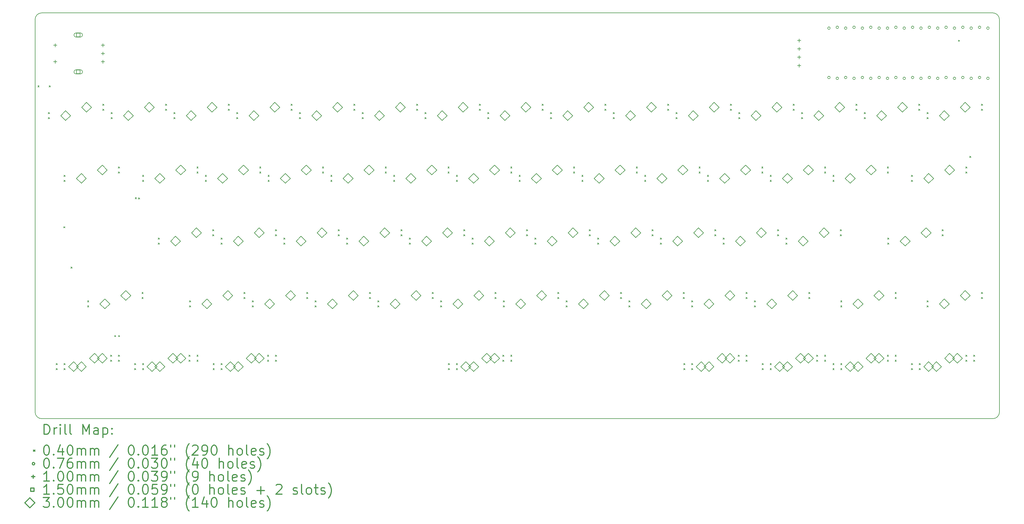
<source format=gbr>
%FSLAX45Y45*%
G04 Gerber Fmt 4.5, Leading zero omitted, Abs format (unit mm)*
G04 Created by KiCad (PCBNEW (5.1.6)-1) date 2020-08-22 15:45:30*
%MOMM*%
%LPD*%
G01*
G04 APERTURE LIST*
%TA.AperFunction,Profile*%
%ADD10C,0.200000*%
%TD*%
%ADD11C,0.200000*%
%ADD12C,0.300000*%
G04 APERTURE END LIST*
D10*
X34628027Y-18270785D02*
G75*
G02*
X34428027Y-18470785I-200000J0D01*
G01*
X34628027Y-15265789D02*
X34628027Y-18270785D01*
X18802227Y-18470785D02*
X34428027Y-18470785D01*
X5557992Y-18470785D02*
G75*
G02*
X5357992Y-18270785I0J200000D01*
G01*
X5557992Y-18470785D02*
X18802227Y-18470785D01*
X5357992Y-9550769D02*
X5357992Y-18270785D01*
X5357992Y-6350769D02*
G75*
G02*
X5557992Y-6150769I200000J0D01*
G01*
X5557992Y-6150769D02*
X5957991Y-6150769D01*
X5357992Y-9550769D02*
X5357992Y-6350769D01*
X34428027Y-6150769D02*
G75*
G02*
X34628027Y-6350769I0J-200000D01*
G01*
X34628027Y-15265789D02*
X34628027Y-6350769D01*
X34028027Y-6150769D02*
X34428027Y-6150769D01*
X34028027Y-6150769D02*
X5957991Y-6150769D01*
D11*
X5442000Y-8361000D02*
X5482000Y-8401000D01*
X5482000Y-8361000D02*
X5442000Y-8401000D01*
X5785000Y-8360000D02*
X5825000Y-8400000D01*
X5825000Y-8360000D02*
X5785000Y-8400000D01*
X6222000Y-12641000D02*
X6262000Y-12681000D01*
X6262000Y-12641000D02*
X6222000Y-12681000D01*
X6445000Y-13863000D02*
X6485000Y-13903000D01*
X6485000Y-13863000D02*
X6445000Y-13903000D01*
X7770000Y-15943000D02*
X7810000Y-15983000D01*
X7810000Y-15943000D02*
X7770000Y-15983000D01*
X7887000Y-15943000D02*
X7927000Y-15983000D01*
X7927000Y-15943000D02*
X7887000Y-15983000D01*
X8395088Y-11756793D02*
X8435088Y-11796793D01*
X8435088Y-11756793D02*
X8395088Y-11796793D01*
X8495000Y-11761000D02*
X8535000Y-11801000D01*
X8535000Y-11761000D02*
X8495000Y-11801000D01*
X33382000Y-6975000D02*
X33422000Y-7015000D01*
X33422000Y-6975000D02*
X33382000Y-7015000D01*
X33724000Y-10502000D02*
X33764000Y-10542000D01*
X33764000Y-10502000D02*
X33724000Y-10542000D01*
X11949750Y-14889800D02*
X11989750Y-14929800D01*
X11989750Y-14889800D02*
X11949750Y-14929800D01*
X11949750Y-15042200D02*
X11989750Y-15082200D01*
X11989750Y-15042200D02*
X11949750Y-15082200D01*
X13600750Y-14635800D02*
X13640750Y-14675800D01*
X13640750Y-14635800D02*
X13600750Y-14675800D01*
X13600750Y-14788200D02*
X13640750Y-14828200D01*
X13640750Y-14788200D02*
X13600750Y-14828200D01*
X30523500Y-9174800D02*
X30563500Y-9214800D01*
X30563500Y-9174800D02*
X30523500Y-9214800D01*
X30523500Y-9327200D02*
X30563500Y-9367200D01*
X30563500Y-9327200D02*
X30523500Y-9367200D01*
X32174500Y-8920800D02*
X32214500Y-8960800D01*
X32214500Y-8920800D02*
X32174500Y-8960800D01*
X32174500Y-9073200D02*
X32214500Y-9113200D01*
X32214500Y-9073200D02*
X32174500Y-9113200D01*
X21951000Y-11079800D02*
X21991000Y-11119800D01*
X21991000Y-11079800D02*
X21951000Y-11119800D01*
X21951000Y-11232200D02*
X21991000Y-11272200D01*
X21991000Y-11232200D02*
X21951000Y-11272200D01*
X23602000Y-10825800D02*
X23642000Y-10865800D01*
X23642000Y-10825800D02*
X23602000Y-10865800D01*
X23602000Y-10978200D02*
X23642000Y-11018200D01*
X23642000Y-10978200D02*
X23602000Y-11018200D01*
X12426000Y-11079800D02*
X12466000Y-11119800D01*
X12466000Y-11079800D02*
X12426000Y-11119800D01*
X12426000Y-11232200D02*
X12466000Y-11272200D01*
X12466000Y-11232200D02*
X12426000Y-11272200D01*
X14077000Y-10825800D02*
X14117000Y-10865800D01*
X14117000Y-10825800D02*
X14077000Y-10865800D01*
X14077000Y-10978200D02*
X14117000Y-11018200D01*
X14117000Y-10978200D02*
X14077000Y-11018200D01*
X8616000Y-11079800D02*
X8656000Y-11119800D01*
X8656000Y-11079800D02*
X8616000Y-11119800D01*
X8616000Y-11232200D02*
X8656000Y-11272200D01*
X8656000Y-11232200D02*
X8616000Y-11272200D01*
X10267000Y-10825800D02*
X10307000Y-10865800D01*
X10307000Y-10825800D02*
X10267000Y-10865800D01*
X10267000Y-10978200D02*
X10307000Y-11018200D01*
X10307000Y-10978200D02*
X10267000Y-11018200D01*
X12902250Y-12984800D02*
X12942250Y-13024800D01*
X12942250Y-12984800D02*
X12902250Y-13024800D01*
X12902250Y-13137200D02*
X12942250Y-13177200D01*
X12942250Y-13137200D02*
X12902250Y-13177200D01*
X14553250Y-12730800D02*
X14593250Y-12770800D01*
X14593250Y-12730800D02*
X14553250Y-12770800D01*
X14553250Y-12883200D02*
X14593250Y-12923200D01*
X14593250Y-12883200D02*
X14553250Y-12923200D01*
X22427250Y-12984800D02*
X22467250Y-13024800D01*
X22467250Y-12984800D02*
X22427250Y-13024800D01*
X22427250Y-13137200D02*
X22467250Y-13177200D01*
X22467250Y-13137200D02*
X22427250Y-13177200D01*
X24078250Y-12730800D02*
X24118250Y-12770800D01*
X24118250Y-12730800D02*
X24078250Y-12770800D01*
X24078250Y-12883200D02*
X24118250Y-12923200D01*
X24118250Y-12883200D02*
X24078250Y-12923200D01*
X25284750Y-16794800D02*
X25324750Y-16834800D01*
X25324750Y-16794800D02*
X25284750Y-16834800D01*
X25284750Y-16947200D02*
X25324750Y-16987200D01*
X25324750Y-16947200D02*
X25284750Y-16987200D01*
X26935750Y-16540800D02*
X26975750Y-16580800D01*
X26975750Y-16540800D02*
X26935750Y-16580800D01*
X26935750Y-16693200D02*
X26975750Y-16733200D01*
X26975750Y-16693200D02*
X26935750Y-16733200D01*
X6234750Y-16794800D02*
X6274750Y-16834800D01*
X6274750Y-16794800D02*
X6234750Y-16834800D01*
X6234750Y-16947200D02*
X6274750Y-16987200D01*
X6274750Y-16947200D02*
X6234750Y-16987200D01*
X7885750Y-16540800D02*
X7925750Y-16580800D01*
X7925750Y-16540800D02*
X7885750Y-16580800D01*
X7885750Y-16693200D02*
X7925750Y-16733200D01*
X7925750Y-16693200D02*
X7885750Y-16733200D01*
X29809125Y-16794800D02*
X29849125Y-16834800D01*
X29849125Y-16794800D02*
X29809125Y-16834800D01*
X29809125Y-16947200D02*
X29849125Y-16987200D01*
X29849125Y-16947200D02*
X29809125Y-16987200D01*
X31460125Y-16540800D02*
X31500125Y-16580800D01*
X31500125Y-16540800D02*
X31460125Y-16580800D01*
X31460125Y-16693200D02*
X31500125Y-16733200D01*
X31500125Y-16693200D02*
X31460125Y-16733200D01*
X15759750Y-14889800D02*
X15799750Y-14929800D01*
X15799750Y-14889800D02*
X15759750Y-14929800D01*
X15759750Y-15042200D02*
X15799750Y-15082200D01*
X15799750Y-15042200D02*
X15759750Y-15082200D01*
X17410750Y-14635800D02*
X17450750Y-14675800D01*
X17450750Y-14635800D02*
X17410750Y-14675800D01*
X17410750Y-14788200D02*
X17450750Y-14828200D01*
X17450750Y-14788200D02*
X17410750Y-14828200D01*
X17902875Y-16794800D02*
X17942875Y-16834800D01*
X17942875Y-16794800D02*
X17902875Y-16834800D01*
X17902875Y-16947200D02*
X17942875Y-16987200D01*
X17942875Y-16947200D02*
X17902875Y-16987200D01*
X19553875Y-16540800D02*
X19593875Y-16580800D01*
X19593875Y-16540800D02*
X19553875Y-16580800D01*
X19553875Y-16693200D02*
X19593875Y-16733200D01*
X19593875Y-16693200D02*
X19553875Y-16733200D01*
X29571000Y-11079800D02*
X29611000Y-11119800D01*
X29611000Y-11079800D02*
X29571000Y-11119800D01*
X29571000Y-11232200D02*
X29611000Y-11272200D01*
X29611000Y-11232200D02*
X29571000Y-11272200D01*
X31222000Y-10825800D02*
X31262000Y-10865800D01*
X31262000Y-10825800D02*
X31222000Y-10865800D01*
X31222000Y-10978200D02*
X31262000Y-11018200D01*
X31262000Y-10978200D02*
X31222000Y-11018200D01*
X9568500Y-9174800D02*
X9608500Y-9214800D01*
X9608500Y-9174800D02*
X9568500Y-9214800D01*
X9568500Y-9327200D02*
X9608500Y-9367200D01*
X9608500Y-9327200D02*
X9568500Y-9367200D01*
X11219500Y-8920800D02*
X11259500Y-8960800D01*
X11259500Y-8920800D02*
X11219500Y-8960800D01*
X11219500Y-9073200D02*
X11259500Y-9113200D01*
X11259500Y-9073200D02*
X11219500Y-9113200D01*
X20522250Y-12984800D02*
X20562250Y-13024800D01*
X20562250Y-12984800D02*
X20522250Y-13024800D01*
X20522250Y-13137200D02*
X20562250Y-13177200D01*
X20562250Y-13137200D02*
X20522250Y-13177200D01*
X22173250Y-12730800D02*
X22213250Y-12770800D01*
X22213250Y-12730800D02*
X22173250Y-12770800D01*
X22173250Y-12883200D02*
X22213250Y-12923200D01*
X22213250Y-12883200D02*
X22173250Y-12923200D01*
X19093500Y-9174800D02*
X19133500Y-9214800D01*
X19133500Y-9174800D02*
X19093500Y-9214800D01*
X19093500Y-9327200D02*
X19133500Y-9367200D01*
X19133500Y-9327200D02*
X19093500Y-9367200D01*
X20744500Y-8920800D02*
X20784500Y-8960800D01*
X20784500Y-8920800D02*
X20744500Y-8960800D01*
X20744500Y-9073200D02*
X20784500Y-9113200D01*
X20784500Y-9073200D02*
X20744500Y-9113200D01*
X18617250Y-12984800D02*
X18657250Y-13024800D01*
X18657250Y-12984800D02*
X18617250Y-13024800D01*
X18617250Y-13137200D02*
X18657250Y-13177200D01*
X18657250Y-13137200D02*
X18617250Y-13177200D01*
X20268250Y-12730800D02*
X20308250Y-12770800D01*
X20308250Y-12730800D02*
X20268250Y-12770800D01*
X20268250Y-12883200D02*
X20308250Y-12923200D01*
X20308250Y-12883200D02*
X20268250Y-12923200D01*
X32428500Y-9174800D02*
X32468500Y-9214800D01*
X32468500Y-9174800D02*
X32428500Y-9214800D01*
X32428500Y-9327200D02*
X32468500Y-9367200D01*
X32468500Y-9327200D02*
X32428500Y-9367200D01*
X34079500Y-8920800D02*
X34119500Y-8960800D01*
X34119500Y-8920800D02*
X34079500Y-8960800D01*
X34079500Y-9073200D02*
X34119500Y-9113200D01*
X34119500Y-9073200D02*
X34079500Y-9113200D01*
X16712250Y-12984800D02*
X16752250Y-13024800D01*
X16752250Y-12984800D02*
X16712250Y-13024800D01*
X16712250Y-13137200D02*
X16752250Y-13177200D01*
X16752250Y-13137200D02*
X16712250Y-13177200D01*
X18363250Y-12730800D02*
X18403250Y-12770800D01*
X18403250Y-12730800D02*
X18363250Y-12770800D01*
X18363250Y-12883200D02*
X18403250Y-12923200D01*
X18403250Y-12883200D02*
X18363250Y-12923200D01*
X8377875Y-16794800D02*
X8417875Y-16834800D01*
X8417875Y-16794800D02*
X8377875Y-16834800D01*
X8377875Y-16947200D02*
X8417875Y-16987200D01*
X8417875Y-16947200D02*
X8377875Y-16987200D01*
X10028875Y-16540800D02*
X10068875Y-16580800D01*
X10068875Y-16540800D02*
X10028875Y-16580800D01*
X10028875Y-16693200D02*
X10068875Y-16733200D01*
X10068875Y-16693200D02*
X10028875Y-16733200D01*
X6949125Y-14889800D02*
X6989125Y-14929800D01*
X6989125Y-14889800D02*
X6949125Y-14929800D01*
X6949125Y-15042200D02*
X6989125Y-15082200D01*
X6989125Y-15042200D02*
X6949125Y-15082200D01*
X8600125Y-14635800D02*
X8640125Y-14675800D01*
X8640125Y-14635800D02*
X8600125Y-14675800D01*
X8600125Y-14788200D02*
X8640125Y-14828200D01*
X8640125Y-14788200D02*
X8600125Y-14828200D01*
X6234750Y-11079800D02*
X6274750Y-11119800D01*
X6274750Y-11079800D02*
X6234750Y-11119800D01*
X6234750Y-11232200D02*
X6274750Y-11272200D01*
X6274750Y-11232200D02*
X6234750Y-11272200D01*
X7885750Y-10825800D02*
X7925750Y-10865800D01*
X7925750Y-10825800D02*
X7885750Y-10865800D01*
X7885750Y-10978200D02*
X7925750Y-11018200D01*
X7925750Y-10978200D02*
X7885750Y-11018200D01*
X27666000Y-16794800D02*
X27706000Y-16834800D01*
X27706000Y-16794800D02*
X27666000Y-16834800D01*
X27666000Y-16947200D02*
X27706000Y-16987200D01*
X27706000Y-16947200D02*
X27666000Y-16987200D01*
X29317000Y-16540800D02*
X29357000Y-16580800D01*
X29357000Y-16540800D02*
X29317000Y-16580800D01*
X29317000Y-16693200D02*
X29357000Y-16733200D01*
X29357000Y-16693200D02*
X29317000Y-16733200D01*
X28618500Y-9174800D02*
X28658500Y-9214800D01*
X28658500Y-9174800D02*
X28618500Y-9214800D01*
X28618500Y-9327200D02*
X28658500Y-9367200D01*
X28658500Y-9327200D02*
X28618500Y-9367200D01*
X30269500Y-8920800D02*
X30309500Y-8960800D01*
X30309500Y-8920800D02*
X30269500Y-8960800D01*
X30269500Y-9073200D02*
X30309500Y-9113200D01*
X30309500Y-9073200D02*
X30269500Y-9113200D01*
X28142250Y-12984800D02*
X28182250Y-13024800D01*
X28182250Y-12984800D02*
X28142250Y-13024800D01*
X28142250Y-13137200D02*
X28182250Y-13177200D01*
X28182250Y-13137200D02*
X28142250Y-13177200D01*
X29793250Y-12730800D02*
X29833250Y-12770800D01*
X29833250Y-12730800D02*
X29793250Y-12770800D01*
X29793250Y-12883200D02*
X29833250Y-12923200D01*
X29833250Y-12883200D02*
X29793250Y-12923200D01*
X20998500Y-9174800D02*
X21038500Y-9214800D01*
X21038500Y-9174800D02*
X20998500Y-9214800D01*
X20998500Y-9327200D02*
X21038500Y-9367200D01*
X21038500Y-9327200D02*
X20998500Y-9367200D01*
X22649500Y-8920800D02*
X22689500Y-8960800D01*
X22689500Y-8920800D02*
X22649500Y-8960800D01*
X22649500Y-9073200D02*
X22689500Y-9113200D01*
X22689500Y-9073200D02*
X22649500Y-9113200D01*
X14807250Y-12984800D02*
X14847250Y-13024800D01*
X14847250Y-12984800D02*
X14807250Y-13024800D01*
X14807250Y-13137200D02*
X14847250Y-13177200D01*
X14847250Y-13137200D02*
X14807250Y-13177200D01*
X16458250Y-12730800D02*
X16498250Y-12770800D01*
X16498250Y-12730800D02*
X16458250Y-12770800D01*
X16458250Y-12883200D02*
X16498250Y-12923200D01*
X16498250Y-12883200D02*
X16458250Y-12923200D01*
X13378500Y-9174800D02*
X13418500Y-9214800D01*
X13418500Y-9174800D02*
X13378500Y-9214800D01*
X13378500Y-9327200D02*
X13418500Y-9367200D01*
X13418500Y-9327200D02*
X13378500Y-9367200D01*
X15029500Y-8920800D02*
X15069500Y-8960800D01*
X15069500Y-8920800D02*
X15029500Y-8960800D01*
X15029500Y-9073200D02*
X15069500Y-9113200D01*
X15069500Y-9073200D02*
X15029500Y-9113200D01*
X23856000Y-11079800D02*
X23896000Y-11119800D01*
X23896000Y-11079800D02*
X23856000Y-11119800D01*
X23856000Y-11232200D02*
X23896000Y-11272200D01*
X23896000Y-11232200D02*
X23856000Y-11272200D01*
X25507000Y-10825800D02*
X25547000Y-10865800D01*
X25547000Y-10825800D02*
X25507000Y-10865800D01*
X25507000Y-10978200D02*
X25547000Y-11018200D01*
X25547000Y-10978200D02*
X25507000Y-11018200D01*
X31237875Y-12984800D02*
X31277875Y-13024800D01*
X31277875Y-12984800D02*
X31237875Y-13024800D01*
X31237875Y-13137200D02*
X31277875Y-13177200D01*
X31277875Y-13137200D02*
X31237875Y-13177200D01*
X32888875Y-12730800D02*
X32928875Y-12770800D01*
X32928875Y-12730800D02*
X32888875Y-12770800D01*
X32888875Y-12883200D02*
X32928875Y-12923200D01*
X32928875Y-12883200D02*
X32888875Y-12923200D01*
X29809125Y-14889800D02*
X29849125Y-14929800D01*
X29849125Y-14889800D02*
X29809125Y-14929800D01*
X29809125Y-15042200D02*
X29849125Y-15082200D01*
X29849125Y-15042200D02*
X29809125Y-15082200D01*
X31460125Y-14635800D02*
X31500125Y-14675800D01*
X31500125Y-14635800D02*
X31460125Y-14675800D01*
X31460125Y-14788200D02*
X31500125Y-14828200D01*
X31500125Y-14788200D02*
X31460125Y-14828200D01*
X31952250Y-16794800D02*
X31992250Y-16834800D01*
X31992250Y-16794800D02*
X31952250Y-16834800D01*
X31952250Y-16947200D02*
X31992250Y-16987200D01*
X31992250Y-16947200D02*
X31952250Y-16987200D01*
X33603250Y-16540800D02*
X33643250Y-16580800D01*
X33643250Y-16540800D02*
X33603250Y-16580800D01*
X33603250Y-16693200D02*
X33643250Y-16733200D01*
X33643250Y-16693200D02*
X33603250Y-16733200D01*
X17188500Y-9174800D02*
X17228500Y-9214800D01*
X17228500Y-9174800D02*
X17188500Y-9214800D01*
X17188500Y-9327200D02*
X17228500Y-9367200D01*
X17228500Y-9327200D02*
X17188500Y-9367200D01*
X18839500Y-8920800D02*
X18879500Y-8960800D01*
X18879500Y-8920800D02*
X18839500Y-8960800D01*
X18839500Y-9073200D02*
X18879500Y-9113200D01*
X18879500Y-9073200D02*
X18839500Y-9113200D01*
X24332250Y-12984800D02*
X24372250Y-13024800D01*
X24372250Y-12984800D02*
X24332250Y-13024800D01*
X24332250Y-13137200D02*
X24372250Y-13177200D01*
X24372250Y-13137200D02*
X24332250Y-13177200D01*
X25983250Y-12730800D02*
X26023250Y-12770800D01*
X26023250Y-12730800D02*
X25983250Y-12770800D01*
X25983250Y-12883200D02*
X26023250Y-12923200D01*
X26023250Y-12883200D02*
X25983250Y-12923200D01*
X17664750Y-14889800D02*
X17704750Y-14929800D01*
X17704750Y-14889800D02*
X17664750Y-14929800D01*
X17664750Y-15042200D02*
X17704750Y-15082200D01*
X17704750Y-15042200D02*
X17664750Y-15082200D01*
X19315750Y-14635800D02*
X19355750Y-14675800D01*
X19355750Y-14635800D02*
X19315750Y-14675800D01*
X19315750Y-14788200D02*
X19355750Y-14828200D01*
X19355750Y-14788200D02*
X19315750Y-14828200D01*
X25761000Y-11079800D02*
X25801000Y-11119800D01*
X25801000Y-11079800D02*
X25761000Y-11119800D01*
X25761000Y-11232200D02*
X25801000Y-11272200D01*
X25801000Y-11232200D02*
X25761000Y-11272200D01*
X27412000Y-10825800D02*
X27452000Y-10865800D01*
X27452000Y-10825800D02*
X27412000Y-10865800D01*
X27412000Y-10978200D02*
X27452000Y-11018200D01*
X27452000Y-10978200D02*
X27412000Y-11018200D01*
X22903500Y-9174800D02*
X22943500Y-9214800D01*
X22943500Y-9174800D02*
X22903500Y-9214800D01*
X22903500Y-9327200D02*
X22943500Y-9367200D01*
X22943500Y-9327200D02*
X22903500Y-9367200D01*
X24554500Y-8920800D02*
X24594500Y-8960800D01*
X24594500Y-8920800D02*
X24554500Y-8960800D01*
X24554500Y-9073200D02*
X24594500Y-9113200D01*
X24594500Y-9073200D02*
X24554500Y-9113200D01*
X10759125Y-16794800D02*
X10799125Y-16834800D01*
X10799125Y-16794800D02*
X10759125Y-16834800D01*
X10759125Y-16947200D02*
X10799125Y-16987200D01*
X10799125Y-16947200D02*
X10759125Y-16987200D01*
X12410125Y-16540800D02*
X12450125Y-16580800D01*
X12450125Y-16540800D02*
X12410125Y-16580800D01*
X12410125Y-16693200D02*
X12450125Y-16733200D01*
X12450125Y-16693200D02*
X12410125Y-16733200D01*
X32190375Y-16794800D02*
X32230375Y-16834800D01*
X32230375Y-16794800D02*
X32190375Y-16834800D01*
X32190375Y-16947200D02*
X32230375Y-16987200D01*
X32230375Y-16947200D02*
X32190375Y-16987200D01*
X33841375Y-16540800D02*
X33881375Y-16580800D01*
X33881375Y-16540800D02*
X33841375Y-16580800D01*
X33841375Y-16693200D02*
X33881375Y-16733200D01*
X33881375Y-16693200D02*
X33841375Y-16733200D01*
X24808500Y-9174800D02*
X24848500Y-9214800D01*
X24848500Y-9174800D02*
X24808500Y-9214800D01*
X24808500Y-9327200D02*
X24848500Y-9367200D01*
X24848500Y-9327200D02*
X24808500Y-9367200D01*
X26459500Y-8920800D02*
X26499500Y-8960800D01*
X26499500Y-8920800D02*
X26459500Y-8960800D01*
X26459500Y-9073200D02*
X26499500Y-9113200D01*
X26499500Y-9073200D02*
X26459500Y-9113200D01*
X10521000Y-11079800D02*
X10561000Y-11119800D01*
X10561000Y-11079800D02*
X10521000Y-11119800D01*
X10521000Y-11232200D02*
X10561000Y-11272200D01*
X10561000Y-11232200D02*
X10521000Y-11272200D01*
X12172000Y-10825800D02*
X12212000Y-10865800D01*
X12212000Y-10825800D02*
X12172000Y-10865800D01*
X12172000Y-10978200D02*
X12212000Y-11018200D01*
X12212000Y-10978200D02*
X12172000Y-11018200D01*
X20046000Y-11079800D02*
X20086000Y-11119800D01*
X20086000Y-11079800D02*
X20046000Y-11119800D01*
X20046000Y-11232200D02*
X20086000Y-11272200D01*
X20086000Y-11232200D02*
X20046000Y-11272200D01*
X21697000Y-10825800D02*
X21737000Y-10865800D01*
X21737000Y-10825800D02*
X21697000Y-10865800D01*
X21697000Y-10978200D02*
X21737000Y-11018200D01*
X21737000Y-10978200D02*
X21697000Y-11018200D01*
X29571000Y-16794800D02*
X29611000Y-16834800D01*
X29611000Y-16794800D02*
X29571000Y-16834800D01*
X29571000Y-16947200D02*
X29611000Y-16987200D01*
X29611000Y-16947200D02*
X29571000Y-16987200D01*
X31222000Y-16540800D02*
X31262000Y-16580800D01*
X31262000Y-16540800D02*
X31222000Y-16580800D01*
X31222000Y-16693200D02*
X31262000Y-16733200D01*
X31262000Y-16693200D02*
X31222000Y-16733200D01*
X11473500Y-9174800D02*
X11513500Y-9214800D01*
X11513500Y-9174800D02*
X11473500Y-9214800D01*
X11473500Y-9327200D02*
X11513500Y-9367200D01*
X11513500Y-9327200D02*
X11473500Y-9367200D01*
X13124500Y-8920800D02*
X13164500Y-8960800D01*
X13164500Y-8920800D02*
X13124500Y-8960800D01*
X13124500Y-9073200D02*
X13164500Y-9113200D01*
X13164500Y-9073200D02*
X13124500Y-9113200D01*
X19569750Y-14889800D02*
X19609750Y-14929800D01*
X19609750Y-14889800D02*
X19569750Y-14929800D01*
X19569750Y-15042200D02*
X19609750Y-15082200D01*
X19609750Y-15042200D02*
X19569750Y-15082200D01*
X21220750Y-14635800D02*
X21260750Y-14675800D01*
X21260750Y-14635800D02*
X21220750Y-14675800D01*
X21220750Y-14788200D02*
X21260750Y-14828200D01*
X21260750Y-14788200D02*
X21220750Y-14828200D01*
X13854750Y-14889800D02*
X13894750Y-14929800D01*
X13894750Y-14889800D02*
X13854750Y-14929800D01*
X13854750Y-15042200D02*
X13894750Y-15082200D01*
X13894750Y-15042200D02*
X13854750Y-15082200D01*
X15505750Y-14635800D02*
X15545750Y-14675800D01*
X15545750Y-14635800D02*
X15505750Y-14675800D01*
X15505750Y-14788200D02*
X15545750Y-14828200D01*
X15545750Y-14788200D02*
X15505750Y-14828200D01*
X32428500Y-14889800D02*
X32468500Y-14929800D01*
X32468500Y-14889800D02*
X32428500Y-14929800D01*
X32428500Y-15042200D02*
X32468500Y-15082200D01*
X32468500Y-15042200D02*
X32428500Y-15082200D01*
X34079500Y-14635800D02*
X34119500Y-14675800D01*
X34119500Y-14635800D02*
X34079500Y-14675800D01*
X34079500Y-14788200D02*
X34119500Y-14828200D01*
X34119500Y-14788200D02*
X34079500Y-14828200D01*
X25046625Y-16794800D02*
X25086625Y-16834800D01*
X25086625Y-16794800D02*
X25046625Y-16834800D01*
X25046625Y-16947200D02*
X25086625Y-16987200D01*
X25086625Y-16947200D02*
X25046625Y-16987200D01*
X26697625Y-16540800D02*
X26737625Y-16580800D01*
X26737625Y-16540800D02*
X26697625Y-16580800D01*
X26697625Y-16693200D02*
X26737625Y-16733200D01*
X26737625Y-16693200D02*
X26697625Y-16733200D01*
X5996625Y-16794800D02*
X6036625Y-16834800D01*
X6036625Y-16794800D02*
X5996625Y-16834800D01*
X5996625Y-16947200D02*
X6036625Y-16987200D01*
X6036625Y-16947200D02*
X5996625Y-16987200D01*
X7647625Y-16540800D02*
X7687625Y-16580800D01*
X7687625Y-16540800D02*
X7647625Y-16580800D01*
X7647625Y-16693200D02*
X7687625Y-16733200D01*
X7687625Y-16693200D02*
X7647625Y-16733200D01*
X16236000Y-11079800D02*
X16276000Y-11119800D01*
X16276000Y-11079800D02*
X16236000Y-11119800D01*
X16236000Y-11232200D02*
X16276000Y-11272200D01*
X16276000Y-11232200D02*
X16236000Y-11272200D01*
X17887000Y-10825800D02*
X17927000Y-10865800D01*
X17927000Y-10825800D02*
X17887000Y-10865800D01*
X17887000Y-10978200D02*
X17927000Y-11018200D01*
X17927000Y-10978200D02*
X17887000Y-11018200D01*
X25284750Y-14889800D02*
X25324750Y-14929800D01*
X25324750Y-14889800D02*
X25284750Y-14929800D01*
X25284750Y-15042200D02*
X25324750Y-15082200D01*
X25324750Y-15042200D02*
X25284750Y-15082200D01*
X26935750Y-14635800D02*
X26975750Y-14675800D01*
X26975750Y-14635800D02*
X26935750Y-14675800D01*
X26935750Y-14788200D02*
X26975750Y-14828200D01*
X26975750Y-14788200D02*
X26935750Y-14828200D01*
X10997250Y-12984800D02*
X11037250Y-13024800D01*
X11037250Y-12984800D02*
X10997250Y-13024800D01*
X10997250Y-13137200D02*
X11037250Y-13177200D01*
X11037250Y-13137200D02*
X10997250Y-13177200D01*
X12648250Y-12730800D02*
X12688250Y-12770800D01*
X12688250Y-12730800D02*
X12648250Y-12770800D01*
X12648250Y-12883200D02*
X12688250Y-12923200D01*
X12688250Y-12883200D02*
X12648250Y-12923200D01*
X15283500Y-9174800D02*
X15323500Y-9214800D01*
X15323500Y-9174800D02*
X15283500Y-9214800D01*
X15283500Y-9327200D02*
X15323500Y-9367200D01*
X15323500Y-9327200D02*
X15283500Y-9367200D01*
X16934500Y-8920800D02*
X16974500Y-8960800D01*
X16974500Y-8920800D02*
X16934500Y-8960800D01*
X16934500Y-9073200D02*
X16974500Y-9113200D01*
X16974500Y-9073200D02*
X16934500Y-9113200D01*
X8616000Y-16794800D02*
X8656000Y-16834800D01*
X8656000Y-16794800D02*
X8616000Y-16834800D01*
X8616000Y-16947200D02*
X8656000Y-16987200D01*
X8656000Y-16947200D02*
X8616000Y-16987200D01*
X10267000Y-16540800D02*
X10307000Y-16580800D01*
X10307000Y-16540800D02*
X10267000Y-16580800D01*
X10267000Y-16693200D02*
X10307000Y-16733200D01*
X10307000Y-16693200D02*
X10267000Y-16733200D01*
X26713500Y-9174800D02*
X26753500Y-9214800D01*
X26753500Y-9174800D02*
X26713500Y-9214800D01*
X26713500Y-9327200D02*
X26753500Y-9367200D01*
X26753500Y-9327200D02*
X26713500Y-9367200D01*
X28364500Y-8920800D02*
X28404500Y-8960800D01*
X28404500Y-8920800D02*
X28364500Y-8960800D01*
X28364500Y-9073200D02*
X28404500Y-9113200D01*
X28404500Y-9073200D02*
X28364500Y-9113200D01*
X27666000Y-11079800D02*
X27706000Y-11119800D01*
X27706000Y-11079800D02*
X27666000Y-11119800D01*
X27666000Y-11232200D02*
X27706000Y-11272200D01*
X27706000Y-11232200D02*
X27666000Y-11272200D01*
X29317000Y-10825800D02*
X29357000Y-10865800D01*
X29357000Y-10825800D02*
X29317000Y-10865800D01*
X29317000Y-10978200D02*
X29357000Y-11018200D01*
X29357000Y-10978200D02*
X29317000Y-11018200D01*
X10997250Y-16794800D02*
X11037250Y-16834800D01*
X11037250Y-16794800D02*
X10997250Y-16834800D01*
X10997250Y-16947200D02*
X11037250Y-16987200D01*
X11037250Y-16947200D02*
X10997250Y-16987200D01*
X12648250Y-16540800D02*
X12688250Y-16580800D01*
X12688250Y-16540800D02*
X12648250Y-16580800D01*
X12648250Y-16693200D02*
X12688250Y-16733200D01*
X12688250Y-16693200D02*
X12648250Y-16733200D01*
X18141000Y-16794800D02*
X18181000Y-16834800D01*
X18181000Y-16794800D02*
X18141000Y-16834800D01*
X18141000Y-16947200D02*
X18181000Y-16987200D01*
X18181000Y-16947200D02*
X18141000Y-16987200D01*
X19792000Y-16540800D02*
X19832000Y-16580800D01*
X19832000Y-16540800D02*
X19792000Y-16580800D01*
X19792000Y-16693200D02*
X19832000Y-16733200D01*
X19832000Y-16693200D02*
X19792000Y-16733200D01*
X10044750Y-14889800D02*
X10084750Y-14929800D01*
X10084750Y-14889800D02*
X10044750Y-14929800D01*
X10044750Y-15042200D02*
X10084750Y-15082200D01*
X10084750Y-15042200D02*
X10044750Y-15082200D01*
X11695750Y-14635800D02*
X11735750Y-14675800D01*
X11735750Y-14635800D02*
X11695750Y-14675800D01*
X11695750Y-14788200D02*
X11735750Y-14828200D01*
X11735750Y-14788200D02*
X11695750Y-14828200D01*
X18141000Y-11079800D02*
X18181000Y-11119800D01*
X18181000Y-11079800D02*
X18141000Y-11119800D01*
X18141000Y-11232200D02*
X18181000Y-11272200D01*
X18181000Y-11232200D02*
X18141000Y-11272200D01*
X19792000Y-10825800D02*
X19832000Y-10865800D01*
X19832000Y-10825800D02*
X19792000Y-10865800D01*
X19792000Y-10978200D02*
X19832000Y-11018200D01*
X19832000Y-10978200D02*
X19792000Y-11018200D01*
X5758500Y-9174800D02*
X5798500Y-9214800D01*
X5798500Y-9174800D02*
X5758500Y-9214800D01*
X5758500Y-9327200D02*
X5798500Y-9367200D01*
X5798500Y-9327200D02*
X5758500Y-9367200D01*
X7409500Y-8920800D02*
X7449500Y-8960800D01*
X7449500Y-8920800D02*
X7409500Y-8960800D01*
X7409500Y-9073200D02*
X7449500Y-9113200D01*
X7449500Y-9073200D02*
X7409500Y-9113200D01*
X9092250Y-12984800D02*
X9132250Y-13024800D01*
X9132250Y-12984800D02*
X9092250Y-13024800D01*
X9092250Y-13137200D02*
X9132250Y-13177200D01*
X9132250Y-13137200D02*
X9092250Y-13177200D01*
X10743250Y-12730800D02*
X10783250Y-12770800D01*
X10783250Y-12730800D02*
X10743250Y-12770800D01*
X10743250Y-12883200D02*
X10783250Y-12923200D01*
X10783250Y-12883200D02*
X10743250Y-12923200D01*
X23379750Y-14889800D02*
X23419750Y-14929800D01*
X23419750Y-14889800D02*
X23379750Y-14929800D01*
X23379750Y-15042200D02*
X23419750Y-15082200D01*
X23419750Y-15042200D02*
X23379750Y-15082200D01*
X25030750Y-14635800D02*
X25070750Y-14675800D01*
X25070750Y-14635800D02*
X25030750Y-14675800D01*
X25030750Y-14788200D02*
X25070750Y-14828200D01*
X25070750Y-14788200D02*
X25030750Y-14828200D01*
X26237250Y-12984800D02*
X26277250Y-13024800D01*
X26277250Y-12984800D02*
X26237250Y-13024800D01*
X26237250Y-13137200D02*
X26277250Y-13177200D01*
X26277250Y-13137200D02*
X26237250Y-13177200D01*
X27888250Y-12730800D02*
X27928250Y-12770800D01*
X27928250Y-12730800D02*
X27888250Y-12770800D01*
X27888250Y-12883200D02*
X27928250Y-12923200D01*
X27928250Y-12883200D02*
X27888250Y-12923200D01*
X21474750Y-14889800D02*
X21514750Y-14929800D01*
X21514750Y-14889800D02*
X21474750Y-14929800D01*
X21474750Y-15042200D02*
X21514750Y-15082200D01*
X21514750Y-15042200D02*
X21474750Y-15082200D01*
X23125750Y-14635800D02*
X23165750Y-14675800D01*
X23165750Y-14635800D02*
X23125750Y-14675800D01*
X23125750Y-14788200D02*
X23165750Y-14828200D01*
X23165750Y-14788200D02*
X23125750Y-14828200D01*
X31952250Y-11079800D02*
X31992250Y-11119800D01*
X31992250Y-11079800D02*
X31952250Y-11119800D01*
X31952250Y-11232200D02*
X31992250Y-11272200D01*
X31992250Y-11232200D02*
X31952250Y-11272200D01*
X33603250Y-10825800D02*
X33643250Y-10865800D01*
X33643250Y-10825800D02*
X33603250Y-10865800D01*
X33603250Y-10978200D02*
X33643250Y-11018200D01*
X33643250Y-10978200D02*
X33603250Y-11018200D01*
X27427875Y-16794800D02*
X27467875Y-16834800D01*
X27467875Y-16794800D02*
X27427875Y-16834800D01*
X27427875Y-16947200D02*
X27467875Y-16987200D01*
X27467875Y-16947200D02*
X27427875Y-16987200D01*
X29078875Y-16540800D02*
X29118875Y-16580800D01*
X29118875Y-16540800D02*
X29078875Y-16580800D01*
X29078875Y-16693200D02*
X29118875Y-16733200D01*
X29118875Y-16693200D02*
X29078875Y-16733200D01*
X7663500Y-9174800D02*
X7703500Y-9214800D01*
X7703500Y-9174800D02*
X7663500Y-9214800D01*
X7663500Y-9327200D02*
X7703500Y-9367200D01*
X7703500Y-9327200D02*
X7663500Y-9367200D01*
X9314500Y-8920800D02*
X9354500Y-8960800D01*
X9354500Y-8920800D02*
X9314500Y-8960800D01*
X9314500Y-9073200D02*
X9354500Y-9113200D01*
X9354500Y-9073200D02*
X9314500Y-9113200D01*
X27189750Y-14889800D02*
X27229750Y-14929800D01*
X27229750Y-14889800D02*
X27189750Y-14929800D01*
X27189750Y-15042200D02*
X27229750Y-15082200D01*
X27229750Y-15042200D02*
X27189750Y-15082200D01*
X28840750Y-14635800D02*
X28880750Y-14675800D01*
X28880750Y-14635800D02*
X28840750Y-14675800D01*
X28840750Y-14788200D02*
X28880750Y-14828200D01*
X28880750Y-14788200D02*
X28840750Y-14828200D01*
X14331000Y-11079800D02*
X14371000Y-11119800D01*
X14371000Y-11079800D02*
X14331000Y-11119800D01*
X14331000Y-11232200D02*
X14371000Y-11272200D01*
X14371000Y-11232200D02*
X14331000Y-11272200D01*
X15982000Y-10825800D02*
X16022000Y-10865800D01*
X16022000Y-10825800D02*
X15982000Y-10865800D01*
X15982000Y-10978200D02*
X16022000Y-11018200D01*
X16022000Y-10978200D02*
X15982000Y-11018200D01*
X29491100Y-6613400D02*
G75*
G03*
X29491100Y-6613400I-38100J0D01*
G01*
X29491100Y-8112000D02*
G75*
G03*
X29491100Y-8112000I-38100J0D01*
G01*
X29745100Y-6588000D02*
G75*
G03*
X29745100Y-6588000I-38100J0D01*
G01*
X29745100Y-8137400D02*
G75*
G03*
X29745100Y-8137400I-38100J0D01*
G01*
X29999100Y-6613400D02*
G75*
G03*
X29999100Y-6613400I-38100J0D01*
G01*
X29999100Y-8112000D02*
G75*
G03*
X29999100Y-8112000I-38100J0D01*
G01*
X30253100Y-6588000D02*
G75*
G03*
X30253100Y-6588000I-38100J0D01*
G01*
X30253100Y-8137400D02*
G75*
G03*
X30253100Y-8137400I-38100J0D01*
G01*
X30507100Y-6613400D02*
G75*
G03*
X30507100Y-6613400I-38100J0D01*
G01*
X30507100Y-8112000D02*
G75*
G03*
X30507100Y-8112000I-38100J0D01*
G01*
X30761100Y-6588000D02*
G75*
G03*
X30761100Y-6588000I-38100J0D01*
G01*
X30761100Y-8137400D02*
G75*
G03*
X30761100Y-8137400I-38100J0D01*
G01*
X31015100Y-6613400D02*
G75*
G03*
X31015100Y-6613400I-38100J0D01*
G01*
X31015100Y-8112000D02*
G75*
G03*
X31015100Y-8112000I-38100J0D01*
G01*
X31269100Y-6613400D02*
G75*
G03*
X31269100Y-6613400I-38100J0D01*
G01*
X31269100Y-8137400D02*
G75*
G03*
X31269100Y-8137400I-38100J0D01*
G01*
X31523100Y-6588000D02*
G75*
G03*
X31523100Y-6588000I-38100J0D01*
G01*
X31523100Y-8112000D02*
G75*
G03*
X31523100Y-8112000I-38100J0D01*
G01*
X31777100Y-6613400D02*
G75*
G03*
X31777100Y-6613400I-38100J0D01*
G01*
X31777100Y-8137400D02*
G75*
G03*
X31777100Y-8137400I-38100J0D01*
G01*
X32031100Y-6588000D02*
G75*
G03*
X32031100Y-6588000I-38100J0D01*
G01*
X32031100Y-8112000D02*
G75*
G03*
X32031100Y-8112000I-38100J0D01*
G01*
X32285100Y-6613400D02*
G75*
G03*
X32285100Y-6613400I-38100J0D01*
G01*
X32285100Y-8137400D02*
G75*
G03*
X32285100Y-8137400I-38100J0D01*
G01*
X32539100Y-6588000D02*
G75*
G03*
X32539100Y-6588000I-38100J0D01*
G01*
X32539100Y-8112000D02*
G75*
G03*
X32539100Y-8112000I-38100J0D01*
G01*
X32793100Y-6613400D02*
G75*
G03*
X32793100Y-6613400I-38100J0D01*
G01*
X32793100Y-8137400D02*
G75*
G03*
X32793100Y-8137400I-38100J0D01*
G01*
X33047100Y-6588000D02*
G75*
G03*
X33047100Y-6588000I-38100J0D01*
G01*
X33047100Y-8112000D02*
G75*
G03*
X33047100Y-8112000I-38100J0D01*
G01*
X33301100Y-6613400D02*
G75*
G03*
X33301100Y-6613400I-38100J0D01*
G01*
X33301100Y-8137400D02*
G75*
G03*
X33301100Y-8137400I-38100J0D01*
G01*
X33555100Y-6588000D02*
G75*
G03*
X33555100Y-6588000I-38100J0D01*
G01*
X33555100Y-8112000D02*
G75*
G03*
X33555100Y-8112000I-38100J0D01*
G01*
X33809100Y-6613400D02*
G75*
G03*
X33809100Y-6613400I-38100J0D01*
G01*
X33809100Y-8137400D02*
G75*
G03*
X33809100Y-8137400I-38100J0D01*
G01*
X34063100Y-6588000D02*
G75*
G03*
X34063100Y-6588000I-38100J0D01*
G01*
X34063100Y-8112000D02*
G75*
G03*
X34063100Y-8112000I-38100J0D01*
G01*
X34317100Y-6613400D02*
G75*
G03*
X34317100Y-6613400I-38100J0D01*
G01*
X34317100Y-8137400D02*
G75*
G03*
X34317100Y-8137400I-38100J0D01*
G01*
X5967500Y-7081875D02*
X5967500Y-7181875D01*
X5917500Y-7131875D02*
X6017500Y-7131875D01*
X5967500Y-7581875D02*
X5967500Y-7681875D01*
X5917500Y-7631875D02*
X6017500Y-7631875D01*
X7417500Y-7081875D02*
X7417500Y-7181875D01*
X7367500Y-7131875D02*
X7467500Y-7131875D01*
X7417500Y-7331875D02*
X7417500Y-7431875D01*
X7367500Y-7381875D02*
X7467500Y-7381875D01*
X7417500Y-7581875D02*
X7417500Y-7681875D01*
X7367500Y-7631875D02*
X7467500Y-7631875D01*
X28550000Y-6936000D02*
X28550000Y-7036000D01*
X28500000Y-6986000D02*
X28600000Y-6986000D01*
X28550000Y-7190000D02*
X28550000Y-7290000D01*
X28500000Y-7240000D02*
X28600000Y-7240000D01*
X28550000Y-7444000D02*
X28550000Y-7544000D01*
X28500000Y-7494000D02*
X28600000Y-7494000D01*
X28550000Y-7698000D02*
X28550000Y-7798000D01*
X28500000Y-7748000D02*
X28600000Y-7748000D01*
X6720533Y-6874908D02*
X6720533Y-6768841D01*
X6614466Y-6768841D01*
X6614466Y-6874908D01*
X6720533Y-6874908D01*
X6732500Y-6756875D02*
X6602500Y-6756875D01*
X6732500Y-6886875D02*
X6602500Y-6886875D01*
X6602500Y-6756875D02*
G75*
G03*
X6602500Y-6886875I0J-65000D01*
G01*
X6732500Y-6886875D02*
G75*
G03*
X6732500Y-6756875I0J65000D01*
G01*
X6720533Y-7994908D02*
X6720533Y-7888841D01*
X6614466Y-7888841D01*
X6614466Y-7994908D01*
X6720533Y-7994908D01*
X6732500Y-7876875D02*
X6602500Y-7876875D01*
X6732500Y-8006875D02*
X6602500Y-8006875D01*
X6602500Y-7876875D02*
G75*
G03*
X6602500Y-8006875I0J-65000D01*
G01*
X6732500Y-8006875D02*
G75*
G03*
X6732500Y-7876875I0J65000D01*
G01*
X31765875Y-13231000D02*
X31915875Y-13081000D01*
X31765875Y-12931000D01*
X31615875Y-13081000D01*
X31765875Y-13231000D01*
X32400875Y-12977000D02*
X32550875Y-12827000D01*
X32400875Y-12677000D01*
X32250875Y-12827000D01*
X32400875Y-12977000D01*
X30337125Y-15136000D02*
X30487125Y-14986000D01*
X30337125Y-14836000D01*
X30187125Y-14986000D01*
X30337125Y-15136000D01*
X30972125Y-14882000D02*
X31122125Y-14732000D01*
X30972125Y-14582000D01*
X30822125Y-14732000D01*
X30972125Y-14882000D01*
X32480250Y-17041000D02*
X32630250Y-16891000D01*
X32480250Y-16741000D01*
X32330250Y-16891000D01*
X32480250Y-17041000D01*
X33115250Y-16787000D02*
X33265250Y-16637000D01*
X33115250Y-16487000D01*
X32965250Y-16637000D01*
X33115250Y-16787000D01*
X17716500Y-9421000D02*
X17866500Y-9271000D01*
X17716500Y-9121000D01*
X17566500Y-9271000D01*
X17716500Y-9421000D01*
X18351500Y-9167000D02*
X18501500Y-9017000D01*
X18351500Y-8867000D01*
X18201500Y-9017000D01*
X18351500Y-9167000D01*
X24860250Y-13231000D02*
X25010250Y-13081000D01*
X24860250Y-12931000D01*
X24710250Y-13081000D01*
X24860250Y-13231000D01*
X25495250Y-12977000D02*
X25645250Y-12827000D01*
X25495250Y-12677000D01*
X25345250Y-12827000D01*
X25495250Y-12977000D01*
X18192750Y-15136000D02*
X18342750Y-14986000D01*
X18192750Y-14836000D01*
X18042750Y-14986000D01*
X18192750Y-15136000D01*
X18827750Y-14882000D02*
X18977750Y-14732000D01*
X18827750Y-14582000D01*
X18677750Y-14732000D01*
X18827750Y-14882000D01*
X26289000Y-11326000D02*
X26439000Y-11176000D01*
X26289000Y-11026000D01*
X26139000Y-11176000D01*
X26289000Y-11326000D01*
X26924000Y-11072000D02*
X27074000Y-10922000D01*
X26924000Y-10772000D01*
X26774000Y-10922000D01*
X26924000Y-11072000D01*
X23431500Y-9421000D02*
X23581500Y-9271000D01*
X23431500Y-9121000D01*
X23281500Y-9271000D01*
X23431500Y-9421000D01*
X24066500Y-9167000D02*
X24216500Y-9017000D01*
X24066500Y-8867000D01*
X23916500Y-9017000D01*
X24066500Y-9167000D01*
X11287125Y-17041000D02*
X11437125Y-16891000D01*
X11287125Y-16741000D01*
X11137125Y-16891000D01*
X11287125Y-17041000D01*
X11922125Y-16787000D02*
X12072125Y-16637000D01*
X11922125Y-16487000D01*
X11772125Y-16637000D01*
X11922125Y-16787000D01*
X32718375Y-17041000D02*
X32868375Y-16891000D01*
X32718375Y-16741000D01*
X32568375Y-16891000D01*
X32718375Y-17041000D01*
X33353375Y-16787000D02*
X33503375Y-16637000D01*
X33353375Y-16487000D01*
X33203375Y-16637000D01*
X33353375Y-16787000D01*
X25336500Y-9421000D02*
X25486500Y-9271000D01*
X25336500Y-9121000D01*
X25186500Y-9271000D01*
X25336500Y-9421000D01*
X25971500Y-9167000D02*
X26121500Y-9017000D01*
X25971500Y-8867000D01*
X25821500Y-9017000D01*
X25971500Y-9167000D01*
X11049000Y-11326000D02*
X11199000Y-11176000D01*
X11049000Y-11026000D01*
X10899000Y-11176000D01*
X11049000Y-11326000D01*
X11684000Y-11072000D02*
X11834000Y-10922000D01*
X11684000Y-10772000D01*
X11534000Y-10922000D01*
X11684000Y-11072000D01*
X20574000Y-11326000D02*
X20724000Y-11176000D01*
X20574000Y-11026000D01*
X20424000Y-11176000D01*
X20574000Y-11326000D01*
X21209000Y-11072000D02*
X21359000Y-10922000D01*
X21209000Y-10772000D01*
X21059000Y-10922000D01*
X21209000Y-11072000D01*
X30099000Y-17041000D02*
X30249000Y-16891000D01*
X30099000Y-16741000D01*
X29949000Y-16891000D01*
X30099000Y-17041000D01*
X30734000Y-16787000D02*
X30884000Y-16637000D01*
X30734000Y-16487000D01*
X30584000Y-16637000D01*
X30734000Y-16787000D01*
X12001500Y-9421000D02*
X12151500Y-9271000D01*
X12001500Y-9121000D01*
X11851500Y-9271000D01*
X12001500Y-9421000D01*
X12636500Y-9167000D02*
X12786500Y-9017000D01*
X12636500Y-8867000D01*
X12486500Y-9017000D01*
X12636500Y-9167000D01*
X20097750Y-15136000D02*
X20247750Y-14986000D01*
X20097750Y-14836000D01*
X19947750Y-14986000D01*
X20097750Y-15136000D01*
X20732750Y-14882000D02*
X20882750Y-14732000D01*
X20732750Y-14582000D01*
X20582750Y-14732000D01*
X20732750Y-14882000D01*
X14382750Y-15136000D02*
X14532750Y-14986000D01*
X14382750Y-14836000D01*
X14232750Y-14986000D01*
X14382750Y-15136000D01*
X15017750Y-14882000D02*
X15167750Y-14732000D01*
X15017750Y-14582000D01*
X14867750Y-14732000D01*
X15017750Y-14882000D01*
X32956500Y-15136000D02*
X33106500Y-14986000D01*
X32956500Y-14836000D01*
X32806500Y-14986000D01*
X32956500Y-15136000D01*
X33591500Y-14882000D02*
X33741500Y-14732000D01*
X33591500Y-14582000D01*
X33441500Y-14732000D01*
X33591500Y-14882000D01*
X25574625Y-17041000D02*
X25724625Y-16891000D01*
X25574625Y-16741000D01*
X25424625Y-16891000D01*
X25574625Y-17041000D01*
X26209625Y-16787000D02*
X26359625Y-16637000D01*
X26209625Y-16487000D01*
X26059625Y-16637000D01*
X26209625Y-16787000D01*
X6524625Y-17041000D02*
X6674625Y-16891000D01*
X6524625Y-16741000D01*
X6374625Y-16891000D01*
X6524625Y-17041000D01*
X7159625Y-16787000D02*
X7309625Y-16637000D01*
X7159625Y-16487000D01*
X7009625Y-16637000D01*
X7159625Y-16787000D01*
X16764000Y-11326000D02*
X16914000Y-11176000D01*
X16764000Y-11026000D01*
X16614000Y-11176000D01*
X16764000Y-11326000D01*
X17399000Y-11072000D02*
X17549000Y-10922000D01*
X17399000Y-10772000D01*
X17249000Y-10922000D01*
X17399000Y-11072000D01*
X25812750Y-15136000D02*
X25962750Y-14986000D01*
X25812750Y-14836000D01*
X25662750Y-14986000D01*
X25812750Y-15136000D01*
X26447750Y-14882000D02*
X26597750Y-14732000D01*
X26447750Y-14582000D01*
X26297750Y-14732000D01*
X26447750Y-14882000D01*
X11525250Y-13231000D02*
X11675250Y-13081000D01*
X11525250Y-12931000D01*
X11375250Y-13081000D01*
X11525250Y-13231000D01*
X12160250Y-12977000D02*
X12310250Y-12827000D01*
X12160250Y-12677000D01*
X12010250Y-12827000D01*
X12160250Y-12977000D01*
X15811500Y-9421000D02*
X15961500Y-9271000D01*
X15811500Y-9121000D01*
X15661500Y-9271000D01*
X15811500Y-9421000D01*
X16446500Y-9167000D02*
X16596500Y-9017000D01*
X16446500Y-8867000D01*
X16296500Y-9017000D01*
X16446500Y-9167000D01*
X9144000Y-17041000D02*
X9294000Y-16891000D01*
X9144000Y-16741000D01*
X8994000Y-16891000D01*
X9144000Y-17041000D01*
X9779000Y-16787000D02*
X9929000Y-16637000D01*
X9779000Y-16487000D01*
X9629000Y-16637000D01*
X9779000Y-16787000D01*
X27241500Y-9421000D02*
X27391500Y-9271000D01*
X27241500Y-9121000D01*
X27091500Y-9271000D01*
X27241500Y-9421000D01*
X27876500Y-9167000D02*
X28026500Y-9017000D01*
X27876500Y-8867000D01*
X27726500Y-9017000D01*
X27876500Y-9167000D01*
X28194000Y-11326000D02*
X28344000Y-11176000D01*
X28194000Y-11026000D01*
X28044000Y-11176000D01*
X28194000Y-11326000D01*
X28829000Y-11072000D02*
X28979000Y-10922000D01*
X28829000Y-10772000D01*
X28679000Y-10922000D01*
X28829000Y-11072000D01*
X11525250Y-17041000D02*
X11675250Y-16891000D01*
X11525250Y-16741000D01*
X11375250Y-16891000D01*
X11525250Y-17041000D01*
X12160250Y-16787000D02*
X12310250Y-16637000D01*
X12160250Y-16487000D01*
X12010250Y-16637000D01*
X12160250Y-16787000D01*
X18669000Y-17041000D02*
X18819000Y-16891000D01*
X18669000Y-16741000D01*
X18519000Y-16891000D01*
X18669000Y-17041000D01*
X19304000Y-16787000D02*
X19454000Y-16637000D01*
X19304000Y-16487000D01*
X19154000Y-16637000D01*
X19304000Y-16787000D01*
X10572750Y-15136000D02*
X10722750Y-14986000D01*
X10572750Y-14836000D01*
X10422750Y-14986000D01*
X10572750Y-15136000D01*
X11207750Y-14882000D02*
X11357750Y-14732000D01*
X11207750Y-14582000D01*
X11057750Y-14732000D01*
X11207750Y-14882000D01*
X18669000Y-11326000D02*
X18819000Y-11176000D01*
X18669000Y-11026000D01*
X18519000Y-11176000D01*
X18669000Y-11326000D01*
X19304000Y-11072000D02*
X19454000Y-10922000D01*
X19304000Y-10772000D01*
X19154000Y-10922000D01*
X19304000Y-11072000D01*
X6286500Y-9421000D02*
X6436500Y-9271000D01*
X6286500Y-9121000D01*
X6136500Y-9271000D01*
X6286500Y-9421000D01*
X6921500Y-9167000D02*
X7071500Y-9017000D01*
X6921500Y-8867000D01*
X6771500Y-9017000D01*
X6921500Y-9167000D01*
X9620250Y-13231000D02*
X9770250Y-13081000D01*
X9620250Y-12931000D01*
X9470250Y-13081000D01*
X9620250Y-13231000D01*
X10255250Y-12977000D02*
X10405250Y-12827000D01*
X10255250Y-12677000D01*
X10105250Y-12827000D01*
X10255250Y-12977000D01*
X23907750Y-15136000D02*
X24057750Y-14986000D01*
X23907750Y-14836000D01*
X23757750Y-14986000D01*
X23907750Y-15136000D01*
X24542750Y-14882000D02*
X24692750Y-14732000D01*
X24542750Y-14582000D01*
X24392750Y-14732000D01*
X24542750Y-14882000D01*
X26765250Y-13231000D02*
X26915250Y-13081000D01*
X26765250Y-12931000D01*
X26615250Y-13081000D01*
X26765250Y-13231000D01*
X27400250Y-12977000D02*
X27550250Y-12827000D01*
X27400250Y-12677000D01*
X27250250Y-12827000D01*
X27400250Y-12977000D01*
X22002750Y-15136000D02*
X22152750Y-14986000D01*
X22002750Y-14836000D01*
X21852750Y-14986000D01*
X22002750Y-15136000D01*
X22637750Y-14882000D02*
X22787750Y-14732000D01*
X22637750Y-14582000D01*
X22487750Y-14732000D01*
X22637750Y-14882000D01*
X32480250Y-11326000D02*
X32630250Y-11176000D01*
X32480250Y-11026000D01*
X32330250Y-11176000D01*
X32480250Y-11326000D01*
X33115250Y-11072000D02*
X33265250Y-10922000D01*
X33115250Y-10772000D01*
X32965250Y-10922000D01*
X33115250Y-11072000D01*
X27955875Y-17041000D02*
X28105875Y-16891000D01*
X27955875Y-16741000D01*
X27805875Y-16891000D01*
X27955875Y-17041000D01*
X28590875Y-16787000D02*
X28740875Y-16637000D01*
X28590875Y-16487000D01*
X28440875Y-16637000D01*
X28590875Y-16787000D01*
X8191500Y-9421000D02*
X8341500Y-9271000D01*
X8191500Y-9121000D01*
X8041500Y-9271000D01*
X8191500Y-9421000D01*
X8826500Y-9167000D02*
X8976500Y-9017000D01*
X8826500Y-8867000D01*
X8676500Y-9017000D01*
X8826500Y-9167000D01*
X27717750Y-15136000D02*
X27867750Y-14986000D01*
X27717750Y-14836000D01*
X27567750Y-14986000D01*
X27717750Y-15136000D01*
X28352750Y-14882000D02*
X28502750Y-14732000D01*
X28352750Y-14582000D01*
X28202750Y-14732000D01*
X28352750Y-14882000D01*
X14859000Y-11326000D02*
X15009000Y-11176000D01*
X14859000Y-11026000D01*
X14709000Y-11176000D01*
X14859000Y-11326000D01*
X15494000Y-11072000D02*
X15644000Y-10922000D01*
X15494000Y-10772000D01*
X15344000Y-10922000D01*
X15494000Y-11072000D01*
X12477750Y-15136000D02*
X12627750Y-14986000D01*
X12477750Y-14836000D01*
X12327750Y-14986000D01*
X12477750Y-15136000D01*
X13112750Y-14882000D02*
X13262750Y-14732000D01*
X13112750Y-14582000D01*
X12962750Y-14732000D01*
X13112750Y-14882000D01*
X31051500Y-9421000D02*
X31201500Y-9271000D01*
X31051500Y-9121000D01*
X30901500Y-9271000D01*
X31051500Y-9421000D01*
X31686500Y-9167000D02*
X31836500Y-9017000D01*
X31686500Y-8867000D01*
X31536500Y-9017000D01*
X31686500Y-9167000D01*
X22479000Y-11326000D02*
X22629000Y-11176000D01*
X22479000Y-11026000D01*
X22329000Y-11176000D01*
X22479000Y-11326000D01*
X23114000Y-11072000D02*
X23264000Y-10922000D01*
X23114000Y-10772000D01*
X22964000Y-10922000D01*
X23114000Y-11072000D01*
X12954000Y-11326000D02*
X13104000Y-11176000D01*
X12954000Y-11026000D01*
X12804000Y-11176000D01*
X12954000Y-11326000D01*
X13589000Y-11072000D02*
X13739000Y-10922000D01*
X13589000Y-10772000D01*
X13439000Y-10922000D01*
X13589000Y-11072000D01*
X9144000Y-11326000D02*
X9294000Y-11176000D01*
X9144000Y-11026000D01*
X8994000Y-11176000D01*
X9144000Y-11326000D01*
X9779000Y-11072000D02*
X9929000Y-10922000D01*
X9779000Y-10772000D01*
X9629000Y-10922000D01*
X9779000Y-11072000D01*
X13430250Y-13231000D02*
X13580250Y-13081000D01*
X13430250Y-12931000D01*
X13280250Y-13081000D01*
X13430250Y-13231000D01*
X14065250Y-12977000D02*
X14215250Y-12827000D01*
X14065250Y-12677000D01*
X13915250Y-12827000D01*
X14065250Y-12977000D01*
X22955250Y-13231000D02*
X23105250Y-13081000D01*
X22955250Y-12931000D01*
X22805250Y-13081000D01*
X22955250Y-13231000D01*
X23590250Y-12977000D02*
X23740250Y-12827000D01*
X23590250Y-12677000D01*
X23440250Y-12827000D01*
X23590250Y-12977000D01*
X25812750Y-17041000D02*
X25962750Y-16891000D01*
X25812750Y-16741000D01*
X25662750Y-16891000D01*
X25812750Y-17041000D01*
X26447750Y-16787000D02*
X26597750Y-16637000D01*
X26447750Y-16487000D01*
X26297750Y-16637000D01*
X26447750Y-16787000D01*
X6762750Y-17041000D02*
X6912750Y-16891000D01*
X6762750Y-16741000D01*
X6612750Y-16891000D01*
X6762750Y-17041000D01*
X7397750Y-16787000D02*
X7547750Y-16637000D01*
X7397750Y-16487000D01*
X7247750Y-16637000D01*
X7397750Y-16787000D01*
X30337125Y-17041000D02*
X30487125Y-16891000D01*
X30337125Y-16741000D01*
X30187125Y-16891000D01*
X30337125Y-17041000D01*
X30972125Y-16787000D02*
X31122125Y-16637000D01*
X30972125Y-16487000D01*
X30822125Y-16637000D01*
X30972125Y-16787000D01*
X16287750Y-15136000D02*
X16437750Y-14986000D01*
X16287750Y-14836000D01*
X16137750Y-14986000D01*
X16287750Y-15136000D01*
X16922750Y-14882000D02*
X17072750Y-14732000D01*
X16922750Y-14582000D01*
X16772750Y-14732000D01*
X16922750Y-14882000D01*
X18430875Y-17041000D02*
X18580875Y-16891000D01*
X18430875Y-16741000D01*
X18280875Y-16891000D01*
X18430875Y-17041000D01*
X19065875Y-16787000D02*
X19215875Y-16637000D01*
X19065875Y-16487000D01*
X18915875Y-16637000D01*
X19065875Y-16787000D01*
X30099000Y-11326000D02*
X30249000Y-11176000D01*
X30099000Y-11026000D01*
X29949000Y-11176000D01*
X30099000Y-11326000D01*
X30734000Y-11072000D02*
X30884000Y-10922000D01*
X30734000Y-10772000D01*
X30584000Y-10922000D01*
X30734000Y-11072000D01*
X10096500Y-9421000D02*
X10246500Y-9271000D01*
X10096500Y-9121000D01*
X9946500Y-9271000D01*
X10096500Y-9421000D01*
X10731500Y-9167000D02*
X10881500Y-9017000D01*
X10731500Y-8867000D01*
X10581500Y-9017000D01*
X10731500Y-9167000D01*
X21050250Y-13231000D02*
X21200250Y-13081000D01*
X21050250Y-12931000D01*
X20900250Y-13081000D01*
X21050250Y-13231000D01*
X21685250Y-12977000D02*
X21835250Y-12827000D01*
X21685250Y-12677000D01*
X21535250Y-12827000D01*
X21685250Y-12977000D01*
X19621500Y-9421000D02*
X19771500Y-9271000D01*
X19621500Y-9121000D01*
X19471500Y-9271000D01*
X19621500Y-9421000D01*
X20256500Y-9167000D02*
X20406500Y-9017000D01*
X20256500Y-8867000D01*
X20106500Y-9017000D01*
X20256500Y-9167000D01*
X19145250Y-13231000D02*
X19295250Y-13081000D01*
X19145250Y-12931000D01*
X18995250Y-13081000D01*
X19145250Y-13231000D01*
X19780250Y-12977000D02*
X19930250Y-12827000D01*
X19780250Y-12677000D01*
X19630250Y-12827000D01*
X19780250Y-12977000D01*
X32956500Y-9421000D02*
X33106500Y-9271000D01*
X32956500Y-9121000D01*
X32806500Y-9271000D01*
X32956500Y-9421000D01*
X33591500Y-9167000D02*
X33741500Y-9017000D01*
X33591500Y-8867000D01*
X33441500Y-9017000D01*
X33591500Y-9167000D01*
X17240250Y-13231000D02*
X17390250Y-13081000D01*
X17240250Y-12931000D01*
X17090250Y-13081000D01*
X17240250Y-13231000D01*
X17875250Y-12977000D02*
X18025250Y-12827000D01*
X17875250Y-12677000D01*
X17725250Y-12827000D01*
X17875250Y-12977000D01*
X8905875Y-17041000D02*
X9055875Y-16891000D01*
X8905875Y-16741000D01*
X8755875Y-16891000D01*
X8905875Y-17041000D01*
X9540875Y-16787000D02*
X9690875Y-16637000D01*
X9540875Y-16487000D01*
X9390875Y-16637000D01*
X9540875Y-16787000D01*
X7477125Y-15136000D02*
X7627125Y-14986000D01*
X7477125Y-14836000D01*
X7327125Y-14986000D01*
X7477125Y-15136000D01*
X8112125Y-14882000D02*
X8262125Y-14732000D01*
X8112125Y-14582000D01*
X7962125Y-14732000D01*
X8112125Y-14882000D01*
X6762750Y-11326000D02*
X6912750Y-11176000D01*
X6762750Y-11026000D01*
X6612750Y-11176000D01*
X6762750Y-11326000D01*
X7397750Y-11072000D02*
X7547750Y-10922000D01*
X7397750Y-10772000D01*
X7247750Y-10922000D01*
X7397750Y-11072000D01*
X28194000Y-17041000D02*
X28344000Y-16891000D01*
X28194000Y-16741000D01*
X28044000Y-16891000D01*
X28194000Y-17041000D01*
X28829000Y-16787000D02*
X28979000Y-16637000D01*
X28829000Y-16487000D01*
X28679000Y-16637000D01*
X28829000Y-16787000D01*
X29146500Y-9421000D02*
X29296500Y-9271000D01*
X29146500Y-9121000D01*
X28996500Y-9271000D01*
X29146500Y-9421000D01*
X29781500Y-9167000D02*
X29931500Y-9017000D01*
X29781500Y-8867000D01*
X29631500Y-9017000D01*
X29781500Y-9167000D01*
X28670250Y-13231000D02*
X28820250Y-13081000D01*
X28670250Y-12931000D01*
X28520250Y-13081000D01*
X28670250Y-13231000D01*
X29305250Y-12977000D02*
X29455250Y-12827000D01*
X29305250Y-12677000D01*
X29155250Y-12827000D01*
X29305250Y-12977000D01*
X21526500Y-9421000D02*
X21676500Y-9271000D01*
X21526500Y-9121000D01*
X21376500Y-9271000D01*
X21526500Y-9421000D01*
X22161500Y-9167000D02*
X22311500Y-9017000D01*
X22161500Y-8867000D01*
X22011500Y-9017000D01*
X22161500Y-9167000D01*
X15335250Y-13231000D02*
X15485250Y-13081000D01*
X15335250Y-12931000D01*
X15185250Y-13081000D01*
X15335250Y-13231000D01*
X15970250Y-12977000D02*
X16120250Y-12827000D01*
X15970250Y-12677000D01*
X15820250Y-12827000D01*
X15970250Y-12977000D01*
X13906500Y-9421000D02*
X14056500Y-9271000D01*
X13906500Y-9121000D01*
X13756500Y-9271000D01*
X13906500Y-9421000D01*
X14541500Y-9167000D02*
X14691500Y-9017000D01*
X14541500Y-8867000D01*
X14391500Y-9017000D01*
X14541500Y-9167000D01*
X24384000Y-11326000D02*
X24534000Y-11176000D01*
X24384000Y-11026000D01*
X24234000Y-11176000D01*
X24384000Y-11326000D01*
X25019000Y-11072000D02*
X25169000Y-10922000D01*
X25019000Y-10772000D01*
X24869000Y-10922000D01*
X25019000Y-11072000D01*
D12*
X5634420Y-18946500D02*
X5634420Y-18646500D01*
X5705848Y-18646500D01*
X5748706Y-18660785D01*
X5777277Y-18689357D01*
X5791563Y-18717928D01*
X5805848Y-18775071D01*
X5805848Y-18817928D01*
X5791563Y-18875071D01*
X5777277Y-18903643D01*
X5748706Y-18932214D01*
X5705848Y-18946500D01*
X5634420Y-18946500D01*
X5934420Y-18946500D02*
X5934420Y-18746500D01*
X5934420Y-18803643D02*
X5948706Y-18775071D01*
X5962991Y-18760785D01*
X5991563Y-18746500D01*
X6020134Y-18746500D01*
X6120134Y-18946500D02*
X6120134Y-18746500D01*
X6120134Y-18646500D02*
X6105848Y-18660785D01*
X6120134Y-18675071D01*
X6134420Y-18660785D01*
X6120134Y-18646500D01*
X6120134Y-18675071D01*
X6305848Y-18946500D02*
X6277277Y-18932214D01*
X6262991Y-18903643D01*
X6262991Y-18646500D01*
X6462991Y-18946500D02*
X6434420Y-18932214D01*
X6420134Y-18903643D01*
X6420134Y-18646500D01*
X6805848Y-18946500D02*
X6805848Y-18646500D01*
X6905848Y-18860785D01*
X7005848Y-18646500D01*
X7005848Y-18946500D01*
X7277277Y-18946500D02*
X7277277Y-18789357D01*
X7262991Y-18760785D01*
X7234420Y-18746500D01*
X7177277Y-18746500D01*
X7148706Y-18760785D01*
X7277277Y-18932214D02*
X7248706Y-18946500D01*
X7177277Y-18946500D01*
X7148706Y-18932214D01*
X7134420Y-18903643D01*
X7134420Y-18875071D01*
X7148706Y-18846500D01*
X7177277Y-18832214D01*
X7248706Y-18832214D01*
X7277277Y-18817928D01*
X7420134Y-18746500D02*
X7420134Y-19046500D01*
X7420134Y-18760785D02*
X7448706Y-18746500D01*
X7505848Y-18746500D01*
X7534420Y-18760785D01*
X7548706Y-18775071D01*
X7562991Y-18803643D01*
X7562991Y-18889357D01*
X7548706Y-18917928D01*
X7534420Y-18932214D01*
X7505848Y-18946500D01*
X7448706Y-18946500D01*
X7420134Y-18932214D01*
X7691563Y-18917928D02*
X7705848Y-18932214D01*
X7691563Y-18946500D01*
X7677277Y-18932214D01*
X7691563Y-18917928D01*
X7691563Y-18946500D01*
X7691563Y-18760785D02*
X7705848Y-18775071D01*
X7691563Y-18789357D01*
X7677277Y-18775071D01*
X7691563Y-18760785D01*
X7691563Y-18789357D01*
X5307991Y-19420785D02*
X5347991Y-19460785D01*
X5347991Y-19420785D02*
X5307991Y-19460785D01*
X5691563Y-19276500D02*
X5720134Y-19276500D01*
X5748706Y-19290785D01*
X5762991Y-19305071D01*
X5777277Y-19333643D01*
X5791563Y-19390785D01*
X5791563Y-19462214D01*
X5777277Y-19519357D01*
X5762991Y-19547928D01*
X5748706Y-19562214D01*
X5720134Y-19576500D01*
X5691563Y-19576500D01*
X5662991Y-19562214D01*
X5648706Y-19547928D01*
X5634420Y-19519357D01*
X5620134Y-19462214D01*
X5620134Y-19390785D01*
X5634420Y-19333643D01*
X5648706Y-19305071D01*
X5662991Y-19290785D01*
X5691563Y-19276500D01*
X5920134Y-19547928D02*
X5934420Y-19562214D01*
X5920134Y-19576500D01*
X5905848Y-19562214D01*
X5920134Y-19547928D01*
X5920134Y-19576500D01*
X6191563Y-19376500D02*
X6191563Y-19576500D01*
X6120134Y-19262214D02*
X6048706Y-19476500D01*
X6234420Y-19476500D01*
X6405848Y-19276500D02*
X6434420Y-19276500D01*
X6462991Y-19290785D01*
X6477277Y-19305071D01*
X6491563Y-19333643D01*
X6505848Y-19390785D01*
X6505848Y-19462214D01*
X6491563Y-19519357D01*
X6477277Y-19547928D01*
X6462991Y-19562214D01*
X6434420Y-19576500D01*
X6405848Y-19576500D01*
X6377277Y-19562214D01*
X6362991Y-19547928D01*
X6348706Y-19519357D01*
X6334420Y-19462214D01*
X6334420Y-19390785D01*
X6348706Y-19333643D01*
X6362991Y-19305071D01*
X6377277Y-19290785D01*
X6405848Y-19276500D01*
X6634420Y-19576500D02*
X6634420Y-19376500D01*
X6634420Y-19405071D02*
X6648706Y-19390785D01*
X6677277Y-19376500D01*
X6720134Y-19376500D01*
X6748706Y-19390785D01*
X6762991Y-19419357D01*
X6762991Y-19576500D01*
X6762991Y-19419357D02*
X6777277Y-19390785D01*
X6805848Y-19376500D01*
X6848706Y-19376500D01*
X6877277Y-19390785D01*
X6891563Y-19419357D01*
X6891563Y-19576500D01*
X7034420Y-19576500D02*
X7034420Y-19376500D01*
X7034420Y-19405071D02*
X7048706Y-19390785D01*
X7077277Y-19376500D01*
X7120134Y-19376500D01*
X7148706Y-19390785D01*
X7162991Y-19419357D01*
X7162991Y-19576500D01*
X7162991Y-19419357D02*
X7177277Y-19390785D01*
X7205848Y-19376500D01*
X7248706Y-19376500D01*
X7277277Y-19390785D01*
X7291563Y-19419357D01*
X7291563Y-19576500D01*
X7877277Y-19262214D02*
X7620134Y-19647928D01*
X8262991Y-19276500D02*
X8291563Y-19276500D01*
X8320134Y-19290785D01*
X8334420Y-19305071D01*
X8348706Y-19333643D01*
X8362991Y-19390785D01*
X8362991Y-19462214D01*
X8348706Y-19519357D01*
X8334420Y-19547928D01*
X8320134Y-19562214D01*
X8291563Y-19576500D01*
X8262991Y-19576500D01*
X8234420Y-19562214D01*
X8220134Y-19547928D01*
X8205848Y-19519357D01*
X8191563Y-19462214D01*
X8191563Y-19390785D01*
X8205848Y-19333643D01*
X8220134Y-19305071D01*
X8234420Y-19290785D01*
X8262991Y-19276500D01*
X8491563Y-19547928D02*
X8505849Y-19562214D01*
X8491563Y-19576500D01*
X8477277Y-19562214D01*
X8491563Y-19547928D01*
X8491563Y-19576500D01*
X8691563Y-19276500D02*
X8720134Y-19276500D01*
X8748706Y-19290785D01*
X8762991Y-19305071D01*
X8777277Y-19333643D01*
X8791563Y-19390785D01*
X8791563Y-19462214D01*
X8777277Y-19519357D01*
X8762991Y-19547928D01*
X8748706Y-19562214D01*
X8720134Y-19576500D01*
X8691563Y-19576500D01*
X8662991Y-19562214D01*
X8648706Y-19547928D01*
X8634420Y-19519357D01*
X8620134Y-19462214D01*
X8620134Y-19390785D01*
X8634420Y-19333643D01*
X8648706Y-19305071D01*
X8662991Y-19290785D01*
X8691563Y-19276500D01*
X9077277Y-19576500D02*
X8905849Y-19576500D01*
X8991563Y-19576500D02*
X8991563Y-19276500D01*
X8962991Y-19319357D01*
X8934420Y-19347928D01*
X8905849Y-19362214D01*
X9334420Y-19276500D02*
X9277277Y-19276500D01*
X9248706Y-19290785D01*
X9234420Y-19305071D01*
X9205849Y-19347928D01*
X9191563Y-19405071D01*
X9191563Y-19519357D01*
X9205849Y-19547928D01*
X9220134Y-19562214D01*
X9248706Y-19576500D01*
X9305849Y-19576500D01*
X9334420Y-19562214D01*
X9348706Y-19547928D01*
X9362991Y-19519357D01*
X9362991Y-19447928D01*
X9348706Y-19419357D01*
X9334420Y-19405071D01*
X9305849Y-19390785D01*
X9248706Y-19390785D01*
X9220134Y-19405071D01*
X9205849Y-19419357D01*
X9191563Y-19447928D01*
X9477277Y-19276500D02*
X9477277Y-19333643D01*
X9591563Y-19276500D02*
X9591563Y-19333643D01*
X10034420Y-19690785D02*
X10020134Y-19676500D01*
X9991563Y-19633643D01*
X9977277Y-19605071D01*
X9962991Y-19562214D01*
X9948706Y-19490785D01*
X9948706Y-19433643D01*
X9962991Y-19362214D01*
X9977277Y-19319357D01*
X9991563Y-19290785D01*
X10020134Y-19247928D01*
X10034420Y-19233643D01*
X10134420Y-19305071D02*
X10148706Y-19290785D01*
X10177277Y-19276500D01*
X10248706Y-19276500D01*
X10277277Y-19290785D01*
X10291563Y-19305071D01*
X10305849Y-19333643D01*
X10305849Y-19362214D01*
X10291563Y-19405071D01*
X10120134Y-19576500D01*
X10305849Y-19576500D01*
X10448706Y-19576500D02*
X10505849Y-19576500D01*
X10534420Y-19562214D01*
X10548706Y-19547928D01*
X10577277Y-19505071D01*
X10591563Y-19447928D01*
X10591563Y-19333643D01*
X10577277Y-19305071D01*
X10562991Y-19290785D01*
X10534420Y-19276500D01*
X10477277Y-19276500D01*
X10448706Y-19290785D01*
X10434420Y-19305071D01*
X10420134Y-19333643D01*
X10420134Y-19405071D01*
X10434420Y-19433643D01*
X10448706Y-19447928D01*
X10477277Y-19462214D01*
X10534420Y-19462214D01*
X10562991Y-19447928D01*
X10577277Y-19433643D01*
X10591563Y-19405071D01*
X10777277Y-19276500D02*
X10805849Y-19276500D01*
X10834420Y-19290785D01*
X10848706Y-19305071D01*
X10862991Y-19333643D01*
X10877277Y-19390785D01*
X10877277Y-19462214D01*
X10862991Y-19519357D01*
X10848706Y-19547928D01*
X10834420Y-19562214D01*
X10805849Y-19576500D01*
X10777277Y-19576500D01*
X10748706Y-19562214D01*
X10734420Y-19547928D01*
X10720134Y-19519357D01*
X10705849Y-19462214D01*
X10705849Y-19390785D01*
X10720134Y-19333643D01*
X10734420Y-19305071D01*
X10748706Y-19290785D01*
X10777277Y-19276500D01*
X11234420Y-19576500D02*
X11234420Y-19276500D01*
X11362991Y-19576500D02*
X11362991Y-19419357D01*
X11348706Y-19390785D01*
X11320134Y-19376500D01*
X11277277Y-19376500D01*
X11248706Y-19390785D01*
X11234420Y-19405071D01*
X11548706Y-19576500D02*
X11520134Y-19562214D01*
X11505848Y-19547928D01*
X11491563Y-19519357D01*
X11491563Y-19433643D01*
X11505848Y-19405071D01*
X11520134Y-19390785D01*
X11548706Y-19376500D01*
X11591563Y-19376500D01*
X11620134Y-19390785D01*
X11634420Y-19405071D01*
X11648706Y-19433643D01*
X11648706Y-19519357D01*
X11634420Y-19547928D01*
X11620134Y-19562214D01*
X11591563Y-19576500D01*
X11548706Y-19576500D01*
X11820134Y-19576500D02*
X11791563Y-19562214D01*
X11777277Y-19533643D01*
X11777277Y-19276500D01*
X12048706Y-19562214D02*
X12020134Y-19576500D01*
X11962991Y-19576500D01*
X11934420Y-19562214D01*
X11920134Y-19533643D01*
X11920134Y-19419357D01*
X11934420Y-19390785D01*
X11962991Y-19376500D01*
X12020134Y-19376500D01*
X12048706Y-19390785D01*
X12062991Y-19419357D01*
X12062991Y-19447928D01*
X11920134Y-19476500D01*
X12177277Y-19562214D02*
X12205848Y-19576500D01*
X12262991Y-19576500D01*
X12291563Y-19562214D01*
X12305848Y-19533643D01*
X12305848Y-19519357D01*
X12291563Y-19490785D01*
X12262991Y-19476500D01*
X12220134Y-19476500D01*
X12191563Y-19462214D01*
X12177277Y-19433643D01*
X12177277Y-19419357D01*
X12191563Y-19390785D01*
X12220134Y-19376500D01*
X12262991Y-19376500D01*
X12291563Y-19390785D01*
X12405848Y-19690785D02*
X12420134Y-19676500D01*
X12448706Y-19633643D01*
X12462991Y-19605071D01*
X12477277Y-19562214D01*
X12491563Y-19490785D01*
X12491563Y-19433643D01*
X12477277Y-19362214D01*
X12462991Y-19319357D01*
X12448706Y-19290785D01*
X12420134Y-19247928D01*
X12405848Y-19233643D01*
X5347991Y-19836785D02*
G75*
G03*
X5347991Y-19836785I-38100J0D01*
G01*
X5691563Y-19672500D02*
X5720134Y-19672500D01*
X5748706Y-19686785D01*
X5762991Y-19701071D01*
X5777277Y-19729643D01*
X5791563Y-19786785D01*
X5791563Y-19858214D01*
X5777277Y-19915357D01*
X5762991Y-19943928D01*
X5748706Y-19958214D01*
X5720134Y-19972500D01*
X5691563Y-19972500D01*
X5662991Y-19958214D01*
X5648706Y-19943928D01*
X5634420Y-19915357D01*
X5620134Y-19858214D01*
X5620134Y-19786785D01*
X5634420Y-19729643D01*
X5648706Y-19701071D01*
X5662991Y-19686785D01*
X5691563Y-19672500D01*
X5920134Y-19943928D02*
X5934420Y-19958214D01*
X5920134Y-19972500D01*
X5905848Y-19958214D01*
X5920134Y-19943928D01*
X5920134Y-19972500D01*
X6034420Y-19672500D02*
X6234420Y-19672500D01*
X6105848Y-19972500D01*
X6477277Y-19672500D02*
X6420134Y-19672500D01*
X6391563Y-19686785D01*
X6377277Y-19701071D01*
X6348706Y-19743928D01*
X6334420Y-19801071D01*
X6334420Y-19915357D01*
X6348706Y-19943928D01*
X6362991Y-19958214D01*
X6391563Y-19972500D01*
X6448706Y-19972500D01*
X6477277Y-19958214D01*
X6491563Y-19943928D01*
X6505848Y-19915357D01*
X6505848Y-19843928D01*
X6491563Y-19815357D01*
X6477277Y-19801071D01*
X6448706Y-19786785D01*
X6391563Y-19786785D01*
X6362991Y-19801071D01*
X6348706Y-19815357D01*
X6334420Y-19843928D01*
X6634420Y-19972500D02*
X6634420Y-19772500D01*
X6634420Y-19801071D02*
X6648706Y-19786785D01*
X6677277Y-19772500D01*
X6720134Y-19772500D01*
X6748706Y-19786785D01*
X6762991Y-19815357D01*
X6762991Y-19972500D01*
X6762991Y-19815357D02*
X6777277Y-19786785D01*
X6805848Y-19772500D01*
X6848706Y-19772500D01*
X6877277Y-19786785D01*
X6891563Y-19815357D01*
X6891563Y-19972500D01*
X7034420Y-19972500D02*
X7034420Y-19772500D01*
X7034420Y-19801071D02*
X7048706Y-19786785D01*
X7077277Y-19772500D01*
X7120134Y-19772500D01*
X7148706Y-19786785D01*
X7162991Y-19815357D01*
X7162991Y-19972500D01*
X7162991Y-19815357D02*
X7177277Y-19786785D01*
X7205848Y-19772500D01*
X7248706Y-19772500D01*
X7277277Y-19786785D01*
X7291563Y-19815357D01*
X7291563Y-19972500D01*
X7877277Y-19658214D02*
X7620134Y-20043928D01*
X8262991Y-19672500D02*
X8291563Y-19672500D01*
X8320134Y-19686785D01*
X8334420Y-19701071D01*
X8348706Y-19729643D01*
X8362991Y-19786785D01*
X8362991Y-19858214D01*
X8348706Y-19915357D01*
X8334420Y-19943928D01*
X8320134Y-19958214D01*
X8291563Y-19972500D01*
X8262991Y-19972500D01*
X8234420Y-19958214D01*
X8220134Y-19943928D01*
X8205848Y-19915357D01*
X8191563Y-19858214D01*
X8191563Y-19786785D01*
X8205848Y-19729643D01*
X8220134Y-19701071D01*
X8234420Y-19686785D01*
X8262991Y-19672500D01*
X8491563Y-19943928D02*
X8505849Y-19958214D01*
X8491563Y-19972500D01*
X8477277Y-19958214D01*
X8491563Y-19943928D01*
X8491563Y-19972500D01*
X8691563Y-19672500D02*
X8720134Y-19672500D01*
X8748706Y-19686785D01*
X8762991Y-19701071D01*
X8777277Y-19729643D01*
X8791563Y-19786785D01*
X8791563Y-19858214D01*
X8777277Y-19915357D01*
X8762991Y-19943928D01*
X8748706Y-19958214D01*
X8720134Y-19972500D01*
X8691563Y-19972500D01*
X8662991Y-19958214D01*
X8648706Y-19943928D01*
X8634420Y-19915357D01*
X8620134Y-19858214D01*
X8620134Y-19786785D01*
X8634420Y-19729643D01*
X8648706Y-19701071D01*
X8662991Y-19686785D01*
X8691563Y-19672500D01*
X8891563Y-19672500D02*
X9077277Y-19672500D01*
X8977277Y-19786785D01*
X9020134Y-19786785D01*
X9048706Y-19801071D01*
X9062991Y-19815357D01*
X9077277Y-19843928D01*
X9077277Y-19915357D01*
X9062991Y-19943928D01*
X9048706Y-19958214D01*
X9020134Y-19972500D01*
X8934420Y-19972500D01*
X8905849Y-19958214D01*
X8891563Y-19943928D01*
X9262991Y-19672500D02*
X9291563Y-19672500D01*
X9320134Y-19686785D01*
X9334420Y-19701071D01*
X9348706Y-19729643D01*
X9362991Y-19786785D01*
X9362991Y-19858214D01*
X9348706Y-19915357D01*
X9334420Y-19943928D01*
X9320134Y-19958214D01*
X9291563Y-19972500D01*
X9262991Y-19972500D01*
X9234420Y-19958214D01*
X9220134Y-19943928D01*
X9205849Y-19915357D01*
X9191563Y-19858214D01*
X9191563Y-19786785D01*
X9205849Y-19729643D01*
X9220134Y-19701071D01*
X9234420Y-19686785D01*
X9262991Y-19672500D01*
X9477277Y-19672500D02*
X9477277Y-19729643D01*
X9591563Y-19672500D02*
X9591563Y-19729643D01*
X10034420Y-20086785D02*
X10020134Y-20072500D01*
X9991563Y-20029643D01*
X9977277Y-20001071D01*
X9962991Y-19958214D01*
X9948706Y-19886785D01*
X9948706Y-19829643D01*
X9962991Y-19758214D01*
X9977277Y-19715357D01*
X9991563Y-19686785D01*
X10020134Y-19643928D01*
X10034420Y-19629643D01*
X10277277Y-19772500D02*
X10277277Y-19972500D01*
X10205849Y-19658214D02*
X10134420Y-19872500D01*
X10320134Y-19872500D01*
X10491563Y-19672500D02*
X10520134Y-19672500D01*
X10548706Y-19686785D01*
X10562991Y-19701071D01*
X10577277Y-19729643D01*
X10591563Y-19786785D01*
X10591563Y-19858214D01*
X10577277Y-19915357D01*
X10562991Y-19943928D01*
X10548706Y-19958214D01*
X10520134Y-19972500D01*
X10491563Y-19972500D01*
X10462991Y-19958214D01*
X10448706Y-19943928D01*
X10434420Y-19915357D01*
X10420134Y-19858214D01*
X10420134Y-19786785D01*
X10434420Y-19729643D01*
X10448706Y-19701071D01*
X10462991Y-19686785D01*
X10491563Y-19672500D01*
X10948706Y-19972500D02*
X10948706Y-19672500D01*
X11077277Y-19972500D02*
X11077277Y-19815357D01*
X11062991Y-19786785D01*
X11034420Y-19772500D01*
X10991563Y-19772500D01*
X10962991Y-19786785D01*
X10948706Y-19801071D01*
X11262991Y-19972500D02*
X11234420Y-19958214D01*
X11220134Y-19943928D01*
X11205848Y-19915357D01*
X11205848Y-19829643D01*
X11220134Y-19801071D01*
X11234420Y-19786785D01*
X11262991Y-19772500D01*
X11305848Y-19772500D01*
X11334420Y-19786785D01*
X11348706Y-19801071D01*
X11362991Y-19829643D01*
X11362991Y-19915357D01*
X11348706Y-19943928D01*
X11334420Y-19958214D01*
X11305848Y-19972500D01*
X11262991Y-19972500D01*
X11534420Y-19972500D02*
X11505848Y-19958214D01*
X11491563Y-19929643D01*
X11491563Y-19672500D01*
X11762991Y-19958214D02*
X11734420Y-19972500D01*
X11677277Y-19972500D01*
X11648706Y-19958214D01*
X11634420Y-19929643D01*
X11634420Y-19815357D01*
X11648706Y-19786785D01*
X11677277Y-19772500D01*
X11734420Y-19772500D01*
X11762991Y-19786785D01*
X11777277Y-19815357D01*
X11777277Y-19843928D01*
X11634420Y-19872500D01*
X11891563Y-19958214D02*
X11920134Y-19972500D01*
X11977277Y-19972500D01*
X12005848Y-19958214D01*
X12020134Y-19929643D01*
X12020134Y-19915357D01*
X12005848Y-19886785D01*
X11977277Y-19872500D01*
X11934420Y-19872500D01*
X11905848Y-19858214D01*
X11891563Y-19829643D01*
X11891563Y-19815357D01*
X11905848Y-19786785D01*
X11934420Y-19772500D01*
X11977277Y-19772500D01*
X12005848Y-19786785D01*
X12120134Y-20086785D02*
X12134420Y-20072500D01*
X12162991Y-20029643D01*
X12177277Y-20001071D01*
X12191563Y-19958214D01*
X12205848Y-19886785D01*
X12205848Y-19829643D01*
X12191563Y-19758214D01*
X12177277Y-19715357D01*
X12162991Y-19686785D01*
X12134420Y-19643928D01*
X12120134Y-19629643D01*
X5297991Y-20182785D02*
X5297991Y-20282785D01*
X5247991Y-20232785D02*
X5347991Y-20232785D01*
X5791563Y-20368500D02*
X5620134Y-20368500D01*
X5705848Y-20368500D02*
X5705848Y-20068500D01*
X5677277Y-20111357D01*
X5648706Y-20139928D01*
X5620134Y-20154214D01*
X5920134Y-20339928D02*
X5934420Y-20354214D01*
X5920134Y-20368500D01*
X5905848Y-20354214D01*
X5920134Y-20339928D01*
X5920134Y-20368500D01*
X6120134Y-20068500D02*
X6148706Y-20068500D01*
X6177277Y-20082785D01*
X6191563Y-20097071D01*
X6205848Y-20125643D01*
X6220134Y-20182785D01*
X6220134Y-20254214D01*
X6205848Y-20311357D01*
X6191563Y-20339928D01*
X6177277Y-20354214D01*
X6148706Y-20368500D01*
X6120134Y-20368500D01*
X6091563Y-20354214D01*
X6077277Y-20339928D01*
X6062991Y-20311357D01*
X6048706Y-20254214D01*
X6048706Y-20182785D01*
X6062991Y-20125643D01*
X6077277Y-20097071D01*
X6091563Y-20082785D01*
X6120134Y-20068500D01*
X6405848Y-20068500D02*
X6434420Y-20068500D01*
X6462991Y-20082785D01*
X6477277Y-20097071D01*
X6491563Y-20125643D01*
X6505848Y-20182785D01*
X6505848Y-20254214D01*
X6491563Y-20311357D01*
X6477277Y-20339928D01*
X6462991Y-20354214D01*
X6434420Y-20368500D01*
X6405848Y-20368500D01*
X6377277Y-20354214D01*
X6362991Y-20339928D01*
X6348706Y-20311357D01*
X6334420Y-20254214D01*
X6334420Y-20182785D01*
X6348706Y-20125643D01*
X6362991Y-20097071D01*
X6377277Y-20082785D01*
X6405848Y-20068500D01*
X6634420Y-20368500D02*
X6634420Y-20168500D01*
X6634420Y-20197071D02*
X6648706Y-20182785D01*
X6677277Y-20168500D01*
X6720134Y-20168500D01*
X6748706Y-20182785D01*
X6762991Y-20211357D01*
X6762991Y-20368500D01*
X6762991Y-20211357D02*
X6777277Y-20182785D01*
X6805848Y-20168500D01*
X6848706Y-20168500D01*
X6877277Y-20182785D01*
X6891563Y-20211357D01*
X6891563Y-20368500D01*
X7034420Y-20368500D02*
X7034420Y-20168500D01*
X7034420Y-20197071D02*
X7048706Y-20182785D01*
X7077277Y-20168500D01*
X7120134Y-20168500D01*
X7148706Y-20182785D01*
X7162991Y-20211357D01*
X7162991Y-20368500D01*
X7162991Y-20211357D02*
X7177277Y-20182785D01*
X7205848Y-20168500D01*
X7248706Y-20168500D01*
X7277277Y-20182785D01*
X7291563Y-20211357D01*
X7291563Y-20368500D01*
X7877277Y-20054214D02*
X7620134Y-20439928D01*
X8262991Y-20068500D02*
X8291563Y-20068500D01*
X8320134Y-20082785D01*
X8334420Y-20097071D01*
X8348706Y-20125643D01*
X8362991Y-20182785D01*
X8362991Y-20254214D01*
X8348706Y-20311357D01*
X8334420Y-20339928D01*
X8320134Y-20354214D01*
X8291563Y-20368500D01*
X8262991Y-20368500D01*
X8234420Y-20354214D01*
X8220134Y-20339928D01*
X8205848Y-20311357D01*
X8191563Y-20254214D01*
X8191563Y-20182785D01*
X8205848Y-20125643D01*
X8220134Y-20097071D01*
X8234420Y-20082785D01*
X8262991Y-20068500D01*
X8491563Y-20339928D02*
X8505849Y-20354214D01*
X8491563Y-20368500D01*
X8477277Y-20354214D01*
X8491563Y-20339928D01*
X8491563Y-20368500D01*
X8691563Y-20068500D02*
X8720134Y-20068500D01*
X8748706Y-20082785D01*
X8762991Y-20097071D01*
X8777277Y-20125643D01*
X8791563Y-20182785D01*
X8791563Y-20254214D01*
X8777277Y-20311357D01*
X8762991Y-20339928D01*
X8748706Y-20354214D01*
X8720134Y-20368500D01*
X8691563Y-20368500D01*
X8662991Y-20354214D01*
X8648706Y-20339928D01*
X8634420Y-20311357D01*
X8620134Y-20254214D01*
X8620134Y-20182785D01*
X8634420Y-20125643D01*
X8648706Y-20097071D01*
X8662991Y-20082785D01*
X8691563Y-20068500D01*
X8891563Y-20068500D02*
X9077277Y-20068500D01*
X8977277Y-20182785D01*
X9020134Y-20182785D01*
X9048706Y-20197071D01*
X9062991Y-20211357D01*
X9077277Y-20239928D01*
X9077277Y-20311357D01*
X9062991Y-20339928D01*
X9048706Y-20354214D01*
X9020134Y-20368500D01*
X8934420Y-20368500D01*
X8905849Y-20354214D01*
X8891563Y-20339928D01*
X9220134Y-20368500D02*
X9277277Y-20368500D01*
X9305849Y-20354214D01*
X9320134Y-20339928D01*
X9348706Y-20297071D01*
X9362991Y-20239928D01*
X9362991Y-20125643D01*
X9348706Y-20097071D01*
X9334420Y-20082785D01*
X9305849Y-20068500D01*
X9248706Y-20068500D01*
X9220134Y-20082785D01*
X9205849Y-20097071D01*
X9191563Y-20125643D01*
X9191563Y-20197071D01*
X9205849Y-20225643D01*
X9220134Y-20239928D01*
X9248706Y-20254214D01*
X9305849Y-20254214D01*
X9334420Y-20239928D01*
X9348706Y-20225643D01*
X9362991Y-20197071D01*
X9477277Y-20068500D02*
X9477277Y-20125643D01*
X9591563Y-20068500D02*
X9591563Y-20125643D01*
X10034420Y-20482785D02*
X10020134Y-20468500D01*
X9991563Y-20425643D01*
X9977277Y-20397071D01*
X9962991Y-20354214D01*
X9948706Y-20282785D01*
X9948706Y-20225643D01*
X9962991Y-20154214D01*
X9977277Y-20111357D01*
X9991563Y-20082785D01*
X10020134Y-20039928D01*
X10034420Y-20025643D01*
X10162991Y-20368500D02*
X10220134Y-20368500D01*
X10248706Y-20354214D01*
X10262991Y-20339928D01*
X10291563Y-20297071D01*
X10305849Y-20239928D01*
X10305849Y-20125643D01*
X10291563Y-20097071D01*
X10277277Y-20082785D01*
X10248706Y-20068500D01*
X10191563Y-20068500D01*
X10162991Y-20082785D01*
X10148706Y-20097071D01*
X10134420Y-20125643D01*
X10134420Y-20197071D01*
X10148706Y-20225643D01*
X10162991Y-20239928D01*
X10191563Y-20254214D01*
X10248706Y-20254214D01*
X10277277Y-20239928D01*
X10291563Y-20225643D01*
X10305849Y-20197071D01*
X10662991Y-20368500D02*
X10662991Y-20068500D01*
X10791563Y-20368500D02*
X10791563Y-20211357D01*
X10777277Y-20182785D01*
X10748706Y-20168500D01*
X10705849Y-20168500D01*
X10677277Y-20182785D01*
X10662991Y-20197071D01*
X10977277Y-20368500D02*
X10948706Y-20354214D01*
X10934420Y-20339928D01*
X10920134Y-20311357D01*
X10920134Y-20225643D01*
X10934420Y-20197071D01*
X10948706Y-20182785D01*
X10977277Y-20168500D01*
X11020134Y-20168500D01*
X11048706Y-20182785D01*
X11062991Y-20197071D01*
X11077277Y-20225643D01*
X11077277Y-20311357D01*
X11062991Y-20339928D01*
X11048706Y-20354214D01*
X11020134Y-20368500D01*
X10977277Y-20368500D01*
X11248706Y-20368500D02*
X11220134Y-20354214D01*
X11205848Y-20325643D01*
X11205848Y-20068500D01*
X11477277Y-20354214D02*
X11448706Y-20368500D01*
X11391563Y-20368500D01*
X11362991Y-20354214D01*
X11348706Y-20325643D01*
X11348706Y-20211357D01*
X11362991Y-20182785D01*
X11391563Y-20168500D01*
X11448706Y-20168500D01*
X11477277Y-20182785D01*
X11491563Y-20211357D01*
X11491563Y-20239928D01*
X11348706Y-20268500D01*
X11605848Y-20354214D02*
X11634420Y-20368500D01*
X11691563Y-20368500D01*
X11720134Y-20354214D01*
X11734420Y-20325643D01*
X11734420Y-20311357D01*
X11720134Y-20282785D01*
X11691563Y-20268500D01*
X11648706Y-20268500D01*
X11620134Y-20254214D01*
X11605848Y-20225643D01*
X11605848Y-20211357D01*
X11620134Y-20182785D01*
X11648706Y-20168500D01*
X11691563Y-20168500D01*
X11720134Y-20182785D01*
X11834420Y-20482785D02*
X11848706Y-20468500D01*
X11877277Y-20425643D01*
X11891563Y-20397071D01*
X11905848Y-20354214D01*
X11920134Y-20282785D01*
X11920134Y-20225643D01*
X11905848Y-20154214D01*
X11891563Y-20111357D01*
X11877277Y-20082785D01*
X11848706Y-20039928D01*
X11834420Y-20025643D01*
X5326025Y-20681819D02*
X5326025Y-20575752D01*
X5219958Y-20575752D01*
X5219958Y-20681819D01*
X5326025Y-20681819D01*
X5791563Y-20764500D02*
X5620134Y-20764500D01*
X5705848Y-20764500D02*
X5705848Y-20464500D01*
X5677277Y-20507357D01*
X5648706Y-20535928D01*
X5620134Y-20550214D01*
X5920134Y-20735928D02*
X5934420Y-20750214D01*
X5920134Y-20764500D01*
X5905848Y-20750214D01*
X5920134Y-20735928D01*
X5920134Y-20764500D01*
X6205848Y-20464500D02*
X6062991Y-20464500D01*
X6048706Y-20607357D01*
X6062991Y-20593071D01*
X6091563Y-20578785D01*
X6162991Y-20578785D01*
X6191563Y-20593071D01*
X6205848Y-20607357D01*
X6220134Y-20635928D01*
X6220134Y-20707357D01*
X6205848Y-20735928D01*
X6191563Y-20750214D01*
X6162991Y-20764500D01*
X6091563Y-20764500D01*
X6062991Y-20750214D01*
X6048706Y-20735928D01*
X6405848Y-20464500D02*
X6434420Y-20464500D01*
X6462991Y-20478785D01*
X6477277Y-20493071D01*
X6491563Y-20521643D01*
X6505848Y-20578785D01*
X6505848Y-20650214D01*
X6491563Y-20707357D01*
X6477277Y-20735928D01*
X6462991Y-20750214D01*
X6434420Y-20764500D01*
X6405848Y-20764500D01*
X6377277Y-20750214D01*
X6362991Y-20735928D01*
X6348706Y-20707357D01*
X6334420Y-20650214D01*
X6334420Y-20578785D01*
X6348706Y-20521643D01*
X6362991Y-20493071D01*
X6377277Y-20478785D01*
X6405848Y-20464500D01*
X6634420Y-20764500D02*
X6634420Y-20564500D01*
X6634420Y-20593071D02*
X6648706Y-20578785D01*
X6677277Y-20564500D01*
X6720134Y-20564500D01*
X6748706Y-20578785D01*
X6762991Y-20607357D01*
X6762991Y-20764500D01*
X6762991Y-20607357D02*
X6777277Y-20578785D01*
X6805848Y-20564500D01*
X6848706Y-20564500D01*
X6877277Y-20578785D01*
X6891563Y-20607357D01*
X6891563Y-20764500D01*
X7034420Y-20764500D02*
X7034420Y-20564500D01*
X7034420Y-20593071D02*
X7048706Y-20578785D01*
X7077277Y-20564500D01*
X7120134Y-20564500D01*
X7148706Y-20578785D01*
X7162991Y-20607357D01*
X7162991Y-20764500D01*
X7162991Y-20607357D02*
X7177277Y-20578785D01*
X7205848Y-20564500D01*
X7248706Y-20564500D01*
X7277277Y-20578785D01*
X7291563Y-20607357D01*
X7291563Y-20764500D01*
X7877277Y-20450214D02*
X7620134Y-20835928D01*
X8262991Y-20464500D02*
X8291563Y-20464500D01*
X8320134Y-20478785D01*
X8334420Y-20493071D01*
X8348706Y-20521643D01*
X8362991Y-20578785D01*
X8362991Y-20650214D01*
X8348706Y-20707357D01*
X8334420Y-20735928D01*
X8320134Y-20750214D01*
X8291563Y-20764500D01*
X8262991Y-20764500D01*
X8234420Y-20750214D01*
X8220134Y-20735928D01*
X8205848Y-20707357D01*
X8191563Y-20650214D01*
X8191563Y-20578785D01*
X8205848Y-20521643D01*
X8220134Y-20493071D01*
X8234420Y-20478785D01*
X8262991Y-20464500D01*
X8491563Y-20735928D02*
X8505849Y-20750214D01*
X8491563Y-20764500D01*
X8477277Y-20750214D01*
X8491563Y-20735928D01*
X8491563Y-20764500D01*
X8691563Y-20464500D02*
X8720134Y-20464500D01*
X8748706Y-20478785D01*
X8762991Y-20493071D01*
X8777277Y-20521643D01*
X8791563Y-20578785D01*
X8791563Y-20650214D01*
X8777277Y-20707357D01*
X8762991Y-20735928D01*
X8748706Y-20750214D01*
X8720134Y-20764500D01*
X8691563Y-20764500D01*
X8662991Y-20750214D01*
X8648706Y-20735928D01*
X8634420Y-20707357D01*
X8620134Y-20650214D01*
X8620134Y-20578785D01*
X8634420Y-20521643D01*
X8648706Y-20493071D01*
X8662991Y-20478785D01*
X8691563Y-20464500D01*
X9062991Y-20464500D02*
X8920134Y-20464500D01*
X8905849Y-20607357D01*
X8920134Y-20593071D01*
X8948706Y-20578785D01*
X9020134Y-20578785D01*
X9048706Y-20593071D01*
X9062991Y-20607357D01*
X9077277Y-20635928D01*
X9077277Y-20707357D01*
X9062991Y-20735928D01*
X9048706Y-20750214D01*
X9020134Y-20764500D01*
X8948706Y-20764500D01*
X8920134Y-20750214D01*
X8905849Y-20735928D01*
X9220134Y-20764500D02*
X9277277Y-20764500D01*
X9305849Y-20750214D01*
X9320134Y-20735928D01*
X9348706Y-20693071D01*
X9362991Y-20635928D01*
X9362991Y-20521643D01*
X9348706Y-20493071D01*
X9334420Y-20478785D01*
X9305849Y-20464500D01*
X9248706Y-20464500D01*
X9220134Y-20478785D01*
X9205849Y-20493071D01*
X9191563Y-20521643D01*
X9191563Y-20593071D01*
X9205849Y-20621643D01*
X9220134Y-20635928D01*
X9248706Y-20650214D01*
X9305849Y-20650214D01*
X9334420Y-20635928D01*
X9348706Y-20621643D01*
X9362991Y-20593071D01*
X9477277Y-20464500D02*
X9477277Y-20521643D01*
X9591563Y-20464500D02*
X9591563Y-20521643D01*
X10034420Y-20878785D02*
X10020134Y-20864500D01*
X9991563Y-20821643D01*
X9977277Y-20793071D01*
X9962991Y-20750214D01*
X9948706Y-20678785D01*
X9948706Y-20621643D01*
X9962991Y-20550214D01*
X9977277Y-20507357D01*
X9991563Y-20478785D01*
X10020134Y-20435928D01*
X10034420Y-20421643D01*
X10205849Y-20464500D02*
X10234420Y-20464500D01*
X10262991Y-20478785D01*
X10277277Y-20493071D01*
X10291563Y-20521643D01*
X10305849Y-20578785D01*
X10305849Y-20650214D01*
X10291563Y-20707357D01*
X10277277Y-20735928D01*
X10262991Y-20750214D01*
X10234420Y-20764500D01*
X10205849Y-20764500D01*
X10177277Y-20750214D01*
X10162991Y-20735928D01*
X10148706Y-20707357D01*
X10134420Y-20650214D01*
X10134420Y-20578785D01*
X10148706Y-20521643D01*
X10162991Y-20493071D01*
X10177277Y-20478785D01*
X10205849Y-20464500D01*
X10662991Y-20764500D02*
X10662991Y-20464500D01*
X10791563Y-20764500D02*
X10791563Y-20607357D01*
X10777277Y-20578785D01*
X10748706Y-20564500D01*
X10705849Y-20564500D01*
X10677277Y-20578785D01*
X10662991Y-20593071D01*
X10977277Y-20764500D02*
X10948706Y-20750214D01*
X10934420Y-20735928D01*
X10920134Y-20707357D01*
X10920134Y-20621643D01*
X10934420Y-20593071D01*
X10948706Y-20578785D01*
X10977277Y-20564500D01*
X11020134Y-20564500D01*
X11048706Y-20578785D01*
X11062991Y-20593071D01*
X11077277Y-20621643D01*
X11077277Y-20707357D01*
X11062991Y-20735928D01*
X11048706Y-20750214D01*
X11020134Y-20764500D01*
X10977277Y-20764500D01*
X11248706Y-20764500D02*
X11220134Y-20750214D01*
X11205848Y-20721643D01*
X11205848Y-20464500D01*
X11477277Y-20750214D02*
X11448706Y-20764500D01*
X11391563Y-20764500D01*
X11362991Y-20750214D01*
X11348706Y-20721643D01*
X11348706Y-20607357D01*
X11362991Y-20578785D01*
X11391563Y-20564500D01*
X11448706Y-20564500D01*
X11477277Y-20578785D01*
X11491563Y-20607357D01*
X11491563Y-20635928D01*
X11348706Y-20664500D01*
X11605848Y-20750214D02*
X11634420Y-20764500D01*
X11691563Y-20764500D01*
X11720134Y-20750214D01*
X11734420Y-20721643D01*
X11734420Y-20707357D01*
X11720134Y-20678785D01*
X11691563Y-20664500D01*
X11648706Y-20664500D01*
X11620134Y-20650214D01*
X11605848Y-20621643D01*
X11605848Y-20607357D01*
X11620134Y-20578785D01*
X11648706Y-20564500D01*
X11691563Y-20564500D01*
X11720134Y-20578785D01*
X12091563Y-20650214D02*
X12320134Y-20650214D01*
X12205848Y-20764500D02*
X12205848Y-20535928D01*
X12677277Y-20493071D02*
X12691563Y-20478785D01*
X12720134Y-20464500D01*
X12791563Y-20464500D01*
X12820134Y-20478785D01*
X12834420Y-20493071D01*
X12848706Y-20521643D01*
X12848706Y-20550214D01*
X12834420Y-20593071D01*
X12662991Y-20764500D01*
X12848706Y-20764500D01*
X13191563Y-20750214D02*
X13220134Y-20764500D01*
X13277277Y-20764500D01*
X13305848Y-20750214D01*
X13320134Y-20721643D01*
X13320134Y-20707357D01*
X13305848Y-20678785D01*
X13277277Y-20664500D01*
X13234420Y-20664500D01*
X13205848Y-20650214D01*
X13191563Y-20621643D01*
X13191563Y-20607357D01*
X13205848Y-20578785D01*
X13234420Y-20564500D01*
X13277277Y-20564500D01*
X13305848Y-20578785D01*
X13491563Y-20764500D02*
X13462991Y-20750214D01*
X13448706Y-20721643D01*
X13448706Y-20464500D01*
X13648706Y-20764500D02*
X13620134Y-20750214D01*
X13605848Y-20735928D01*
X13591563Y-20707357D01*
X13591563Y-20621643D01*
X13605848Y-20593071D01*
X13620134Y-20578785D01*
X13648706Y-20564500D01*
X13691563Y-20564500D01*
X13720134Y-20578785D01*
X13734420Y-20593071D01*
X13748706Y-20621643D01*
X13748706Y-20707357D01*
X13734420Y-20735928D01*
X13720134Y-20750214D01*
X13691563Y-20764500D01*
X13648706Y-20764500D01*
X13834420Y-20564500D02*
X13948706Y-20564500D01*
X13877277Y-20464500D02*
X13877277Y-20721643D01*
X13891563Y-20750214D01*
X13920134Y-20764500D01*
X13948706Y-20764500D01*
X14034420Y-20750214D02*
X14062991Y-20764500D01*
X14120134Y-20764500D01*
X14148706Y-20750214D01*
X14162991Y-20721643D01*
X14162991Y-20707357D01*
X14148706Y-20678785D01*
X14120134Y-20664500D01*
X14077277Y-20664500D01*
X14048706Y-20650214D01*
X14034420Y-20621643D01*
X14034420Y-20607357D01*
X14048706Y-20578785D01*
X14077277Y-20564500D01*
X14120134Y-20564500D01*
X14148706Y-20578785D01*
X14262991Y-20878785D02*
X14277277Y-20864500D01*
X14305848Y-20821643D01*
X14320134Y-20793071D01*
X14334420Y-20750214D01*
X14348706Y-20678785D01*
X14348706Y-20621643D01*
X14334420Y-20550214D01*
X14320134Y-20507357D01*
X14305848Y-20478785D01*
X14277277Y-20435928D01*
X14262991Y-20421643D01*
X5197991Y-21174785D02*
X5347991Y-21024785D01*
X5197991Y-20874785D01*
X5047991Y-21024785D01*
X5197991Y-21174785D01*
X5605848Y-20860500D02*
X5791563Y-20860500D01*
X5691563Y-20974785D01*
X5734420Y-20974785D01*
X5762991Y-20989071D01*
X5777277Y-21003357D01*
X5791563Y-21031928D01*
X5791563Y-21103357D01*
X5777277Y-21131928D01*
X5762991Y-21146214D01*
X5734420Y-21160500D01*
X5648706Y-21160500D01*
X5620134Y-21146214D01*
X5605848Y-21131928D01*
X5920134Y-21131928D02*
X5934420Y-21146214D01*
X5920134Y-21160500D01*
X5905848Y-21146214D01*
X5920134Y-21131928D01*
X5920134Y-21160500D01*
X6120134Y-20860500D02*
X6148706Y-20860500D01*
X6177277Y-20874785D01*
X6191563Y-20889071D01*
X6205848Y-20917643D01*
X6220134Y-20974785D01*
X6220134Y-21046214D01*
X6205848Y-21103357D01*
X6191563Y-21131928D01*
X6177277Y-21146214D01*
X6148706Y-21160500D01*
X6120134Y-21160500D01*
X6091563Y-21146214D01*
X6077277Y-21131928D01*
X6062991Y-21103357D01*
X6048706Y-21046214D01*
X6048706Y-20974785D01*
X6062991Y-20917643D01*
X6077277Y-20889071D01*
X6091563Y-20874785D01*
X6120134Y-20860500D01*
X6405848Y-20860500D02*
X6434420Y-20860500D01*
X6462991Y-20874785D01*
X6477277Y-20889071D01*
X6491563Y-20917643D01*
X6505848Y-20974785D01*
X6505848Y-21046214D01*
X6491563Y-21103357D01*
X6477277Y-21131928D01*
X6462991Y-21146214D01*
X6434420Y-21160500D01*
X6405848Y-21160500D01*
X6377277Y-21146214D01*
X6362991Y-21131928D01*
X6348706Y-21103357D01*
X6334420Y-21046214D01*
X6334420Y-20974785D01*
X6348706Y-20917643D01*
X6362991Y-20889071D01*
X6377277Y-20874785D01*
X6405848Y-20860500D01*
X6634420Y-21160500D02*
X6634420Y-20960500D01*
X6634420Y-20989071D02*
X6648706Y-20974785D01*
X6677277Y-20960500D01*
X6720134Y-20960500D01*
X6748706Y-20974785D01*
X6762991Y-21003357D01*
X6762991Y-21160500D01*
X6762991Y-21003357D02*
X6777277Y-20974785D01*
X6805848Y-20960500D01*
X6848706Y-20960500D01*
X6877277Y-20974785D01*
X6891563Y-21003357D01*
X6891563Y-21160500D01*
X7034420Y-21160500D02*
X7034420Y-20960500D01*
X7034420Y-20989071D02*
X7048706Y-20974785D01*
X7077277Y-20960500D01*
X7120134Y-20960500D01*
X7148706Y-20974785D01*
X7162991Y-21003357D01*
X7162991Y-21160500D01*
X7162991Y-21003357D02*
X7177277Y-20974785D01*
X7205848Y-20960500D01*
X7248706Y-20960500D01*
X7277277Y-20974785D01*
X7291563Y-21003357D01*
X7291563Y-21160500D01*
X7877277Y-20846214D02*
X7620134Y-21231928D01*
X8262991Y-20860500D02*
X8291563Y-20860500D01*
X8320134Y-20874785D01*
X8334420Y-20889071D01*
X8348706Y-20917643D01*
X8362991Y-20974785D01*
X8362991Y-21046214D01*
X8348706Y-21103357D01*
X8334420Y-21131928D01*
X8320134Y-21146214D01*
X8291563Y-21160500D01*
X8262991Y-21160500D01*
X8234420Y-21146214D01*
X8220134Y-21131928D01*
X8205848Y-21103357D01*
X8191563Y-21046214D01*
X8191563Y-20974785D01*
X8205848Y-20917643D01*
X8220134Y-20889071D01*
X8234420Y-20874785D01*
X8262991Y-20860500D01*
X8491563Y-21131928D02*
X8505849Y-21146214D01*
X8491563Y-21160500D01*
X8477277Y-21146214D01*
X8491563Y-21131928D01*
X8491563Y-21160500D01*
X8791563Y-21160500D02*
X8620134Y-21160500D01*
X8705849Y-21160500D02*
X8705849Y-20860500D01*
X8677277Y-20903357D01*
X8648706Y-20931928D01*
X8620134Y-20946214D01*
X9077277Y-21160500D02*
X8905849Y-21160500D01*
X8991563Y-21160500D02*
X8991563Y-20860500D01*
X8962991Y-20903357D01*
X8934420Y-20931928D01*
X8905849Y-20946214D01*
X9248706Y-20989071D02*
X9220134Y-20974785D01*
X9205849Y-20960500D01*
X9191563Y-20931928D01*
X9191563Y-20917643D01*
X9205849Y-20889071D01*
X9220134Y-20874785D01*
X9248706Y-20860500D01*
X9305849Y-20860500D01*
X9334420Y-20874785D01*
X9348706Y-20889071D01*
X9362991Y-20917643D01*
X9362991Y-20931928D01*
X9348706Y-20960500D01*
X9334420Y-20974785D01*
X9305849Y-20989071D01*
X9248706Y-20989071D01*
X9220134Y-21003357D01*
X9205849Y-21017643D01*
X9191563Y-21046214D01*
X9191563Y-21103357D01*
X9205849Y-21131928D01*
X9220134Y-21146214D01*
X9248706Y-21160500D01*
X9305849Y-21160500D01*
X9334420Y-21146214D01*
X9348706Y-21131928D01*
X9362991Y-21103357D01*
X9362991Y-21046214D01*
X9348706Y-21017643D01*
X9334420Y-21003357D01*
X9305849Y-20989071D01*
X9477277Y-20860500D02*
X9477277Y-20917643D01*
X9591563Y-20860500D02*
X9591563Y-20917643D01*
X10034420Y-21274785D02*
X10020134Y-21260500D01*
X9991563Y-21217643D01*
X9977277Y-21189071D01*
X9962991Y-21146214D01*
X9948706Y-21074785D01*
X9948706Y-21017643D01*
X9962991Y-20946214D01*
X9977277Y-20903357D01*
X9991563Y-20874785D01*
X10020134Y-20831928D01*
X10034420Y-20817643D01*
X10305849Y-21160500D02*
X10134420Y-21160500D01*
X10220134Y-21160500D02*
X10220134Y-20860500D01*
X10191563Y-20903357D01*
X10162991Y-20931928D01*
X10134420Y-20946214D01*
X10562991Y-20960500D02*
X10562991Y-21160500D01*
X10491563Y-20846214D02*
X10420134Y-21060500D01*
X10605849Y-21060500D01*
X10777277Y-20860500D02*
X10805849Y-20860500D01*
X10834420Y-20874785D01*
X10848706Y-20889071D01*
X10862991Y-20917643D01*
X10877277Y-20974785D01*
X10877277Y-21046214D01*
X10862991Y-21103357D01*
X10848706Y-21131928D01*
X10834420Y-21146214D01*
X10805849Y-21160500D01*
X10777277Y-21160500D01*
X10748706Y-21146214D01*
X10734420Y-21131928D01*
X10720134Y-21103357D01*
X10705849Y-21046214D01*
X10705849Y-20974785D01*
X10720134Y-20917643D01*
X10734420Y-20889071D01*
X10748706Y-20874785D01*
X10777277Y-20860500D01*
X11234420Y-21160500D02*
X11234420Y-20860500D01*
X11362991Y-21160500D02*
X11362991Y-21003357D01*
X11348706Y-20974785D01*
X11320134Y-20960500D01*
X11277277Y-20960500D01*
X11248706Y-20974785D01*
X11234420Y-20989071D01*
X11548706Y-21160500D02*
X11520134Y-21146214D01*
X11505848Y-21131928D01*
X11491563Y-21103357D01*
X11491563Y-21017643D01*
X11505848Y-20989071D01*
X11520134Y-20974785D01*
X11548706Y-20960500D01*
X11591563Y-20960500D01*
X11620134Y-20974785D01*
X11634420Y-20989071D01*
X11648706Y-21017643D01*
X11648706Y-21103357D01*
X11634420Y-21131928D01*
X11620134Y-21146214D01*
X11591563Y-21160500D01*
X11548706Y-21160500D01*
X11820134Y-21160500D02*
X11791563Y-21146214D01*
X11777277Y-21117643D01*
X11777277Y-20860500D01*
X12048706Y-21146214D02*
X12020134Y-21160500D01*
X11962991Y-21160500D01*
X11934420Y-21146214D01*
X11920134Y-21117643D01*
X11920134Y-21003357D01*
X11934420Y-20974785D01*
X11962991Y-20960500D01*
X12020134Y-20960500D01*
X12048706Y-20974785D01*
X12062991Y-21003357D01*
X12062991Y-21031928D01*
X11920134Y-21060500D01*
X12177277Y-21146214D02*
X12205848Y-21160500D01*
X12262991Y-21160500D01*
X12291563Y-21146214D01*
X12305848Y-21117643D01*
X12305848Y-21103357D01*
X12291563Y-21074785D01*
X12262991Y-21060500D01*
X12220134Y-21060500D01*
X12191563Y-21046214D01*
X12177277Y-21017643D01*
X12177277Y-21003357D01*
X12191563Y-20974785D01*
X12220134Y-20960500D01*
X12262991Y-20960500D01*
X12291563Y-20974785D01*
X12405848Y-21274785D02*
X12420134Y-21260500D01*
X12448706Y-21217643D01*
X12462991Y-21189071D01*
X12477277Y-21146214D01*
X12491563Y-21074785D01*
X12491563Y-21017643D01*
X12477277Y-20946214D01*
X12462991Y-20903357D01*
X12448706Y-20874785D01*
X12420134Y-20831928D01*
X12405848Y-20817643D01*
M02*

</source>
